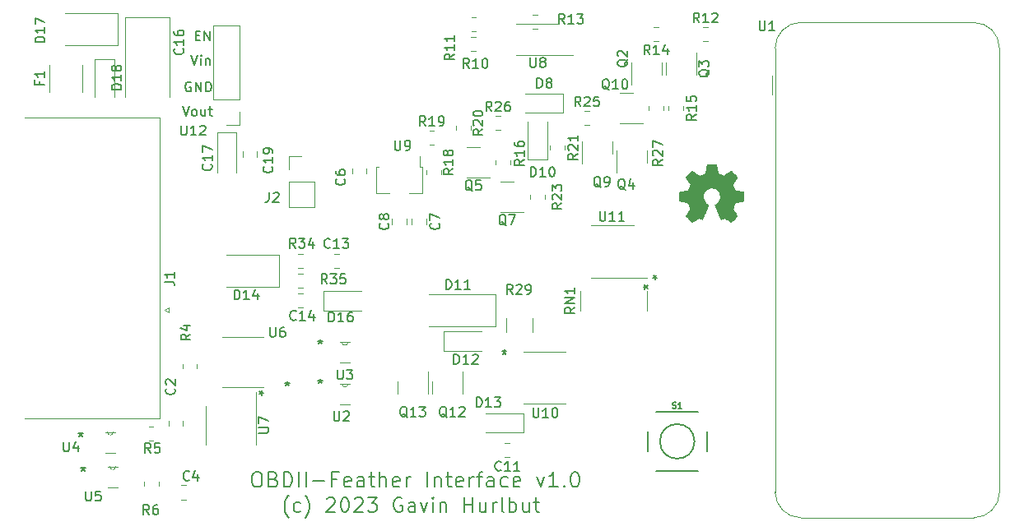
<source format=gbr>
%TF.GenerationSoftware,KiCad,Pcbnew,6.0.11-2627ca5db0~126~ubuntu22.04.1*%
%TF.CreationDate,2023-03-13T11:49:13-04:00*%
%TF.ProjectId,obd-feather,6f62642d-6665-4617-9468-65722e6b6963,1.0*%
%TF.SameCoordinates,Original*%
%TF.FileFunction,Legend,Top*%
%TF.FilePolarity,Positive*%
%FSLAX46Y46*%
G04 Gerber Fmt 4.6, Leading zero omitted, Abs format (unit mm)*
G04 Created by KiCad (PCBNEW 6.0.11-2627ca5db0~126~ubuntu22.04.1) date 2023-03-13 11:49:13*
%MOMM*%
%LPD*%
G01*
G04 APERTURE LIST*
%ADD10C,0.150000*%
%ADD11C,0.127000*%
%ADD12C,0.120000*%
%ADD13C,0.203200*%
%ADD14C,0.010000*%
G04 APERTURE END LIST*
D10*
X131530476Y-119261190D02*
X131825714Y-119261190D01*
X131973333Y-119335000D01*
X132120952Y-119482619D01*
X132194761Y-119777857D01*
X132194761Y-120294523D01*
X132120952Y-120589761D01*
X131973333Y-120737380D01*
X131825714Y-120811190D01*
X131530476Y-120811190D01*
X131382857Y-120737380D01*
X131235238Y-120589761D01*
X131161428Y-120294523D01*
X131161428Y-119777857D01*
X131235238Y-119482619D01*
X131382857Y-119335000D01*
X131530476Y-119261190D01*
X133375714Y-119999285D02*
X133597142Y-120073095D01*
X133670952Y-120146904D01*
X133744761Y-120294523D01*
X133744761Y-120515952D01*
X133670952Y-120663571D01*
X133597142Y-120737380D01*
X133449523Y-120811190D01*
X132859047Y-120811190D01*
X132859047Y-119261190D01*
X133375714Y-119261190D01*
X133523333Y-119335000D01*
X133597142Y-119408809D01*
X133670952Y-119556428D01*
X133670952Y-119704047D01*
X133597142Y-119851666D01*
X133523333Y-119925476D01*
X133375714Y-119999285D01*
X132859047Y-119999285D01*
X134409047Y-120811190D02*
X134409047Y-119261190D01*
X134778095Y-119261190D01*
X134999523Y-119335000D01*
X135147142Y-119482619D01*
X135220952Y-119630238D01*
X135294761Y-119925476D01*
X135294761Y-120146904D01*
X135220952Y-120442142D01*
X135147142Y-120589761D01*
X134999523Y-120737380D01*
X134778095Y-120811190D01*
X134409047Y-120811190D01*
X135959047Y-120811190D02*
X135959047Y-119261190D01*
X136697142Y-120811190D02*
X136697142Y-119261190D01*
X137435238Y-120220714D02*
X138616190Y-120220714D01*
X139870952Y-119999285D02*
X139354285Y-119999285D01*
X139354285Y-120811190D02*
X139354285Y-119261190D01*
X140092380Y-119261190D01*
X141273333Y-120737380D02*
X141125714Y-120811190D01*
X140830476Y-120811190D01*
X140682857Y-120737380D01*
X140609047Y-120589761D01*
X140609047Y-119999285D01*
X140682857Y-119851666D01*
X140830476Y-119777857D01*
X141125714Y-119777857D01*
X141273333Y-119851666D01*
X141347142Y-119999285D01*
X141347142Y-120146904D01*
X140609047Y-120294523D01*
X142675714Y-120811190D02*
X142675714Y-119999285D01*
X142601904Y-119851666D01*
X142454285Y-119777857D01*
X142159047Y-119777857D01*
X142011428Y-119851666D01*
X142675714Y-120737380D02*
X142528095Y-120811190D01*
X142159047Y-120811190D01*
X142011428Y-120737380D01*
X141937619Y-120589761D01*
X141937619Y-120442142D01*
X142011428Y-120294523D01*
X142159047Y-120220714D01*
X142528095Y-120220714D01*
X142675714Y-120146904D01*
X143192380Y-119777857D02*
X143782857Y-119777857D01*
X143413809Y-119261190D02*
X143413809Y-120589761D01*
X143487619Y-120737380D01*
X143635238Y-120811190D01*
X143782857Y-120811190D01*
X144299523Y-120811190D02*
X144299523Y-119261190D01*
X144963809Y-120811190D02*
X144963809Y-119999285D01*
X144890000Y-119851666D01*
X144742380Y-119777857D01*
X144520952Y-119777857D01*
X144373333Y-119851666D01*
X144299523Y-119925476D01*
X146292380Y-120737380D02*
X146144761Y-120811190D01*
X145849523Y-120811190D01*
X145701904Y-120737380D01*
X145628095Y-120589761D01*
X145628095Y-119999285D01*
X145701904Y-119851666D01*
X145849523Y-119777857D01*
X146144761Y-119777857D01*
X146292380Y-119851666D01*
X146366190Y-119999285D01*
X146366190Y-120146904D01*
X145628095Y-120294523D01*
X147030476Y-120811190D02*
X147030476Y-119777857D01*
X147030476Y-120073095D02*
X147104285Y-119925476D01*
X147178095Y-119851666D01*
X147325714Y-119777857D01*
X147473333Y-119777857D01*
X149170952Y-120811190D02*
X149170952Y-119261190D01*
X149909047Y-119777857D02*
X149909047Y-120811190D01*
X149909047Y-119925476D02*
X149982857Y-119851666D01*
X150130476Y-119777857D01*
X150351904Y-119777857D01*
X150499523Y-119851666D01*
X150573333Y-119999285D01*
X150573333Y-120811190D01*
X151090000Y-119777857D02*
X151680476Y-119777857D01*
X151311428Y-119261190D02*
X151311428Y-120589761D01*
X151385238Y-120737380D01*
X151532857Y-120811190D01*
X151680476Y-120811190D01*
X152787619Y-120737380D02*
X152640000Y-120811190D01*
X152344761Y-120811190D01*
X152197142Y-120737380D01*
X152123333Y-120589761D01*
X152123333Y-119999285D01*
X152197142Y-119851666D01*
X152344761Y-119777857D01*
X152640000Y-119777857D01*
X152787619Y-119851666D01*
X152861428Y-119999285D01*
X152861428Y-120146904D01*
X152123333Y-120294523D01*
X153525714Y-120811190D02*
X153525714Y-119777857D01*
X153525714Y-120073095D02*
X153599523Y-119925476D01*
X153673333Y-119851666D01*
X153820952Y-119777857D01*
X153968571Y-119777857D01*
X154263809Y-119777857D02*
X154854285Y-119777857D01*
X154485238Y-120811190D02*
X154485238Y-119482619D01*
X154559047Y-119335000D01*
X154706666Y-119261190D01*
X154854285Y-119261190D01*
X156035238Y-120811190D02*
X156035238Y-119999285D01*
X155961428Y-119851666D01*
X155813809Y-119777857D01*
X155518571Y-119777857D01*
X155370952Y-119851666D01*
X156035238Y-120737380D02*
X155887619Y-120811190D01*
X155518571Y-120811190D01*
X155370952Y-120737380D01*
X155297142Y-120589761D01*
X155297142Y-120442142D01*
X155370952Y-120294523D01*
X155518571Y-120220714D01*
X155887619Y-120220714D01*
X156035238Y-120146904D01*
X157437619Y-120737380D02*
X157290000Y-120811190D01*
X156994761Y-120811190D01*
X156847142Y-120737380D01*
X156773333Y-120663571D01*
X156699523Y-120515952D01*
X156699523Y-120073095D01*
X156773333Y-119925476D01*
X156847142Y-119851666D01*
X156994761Y-119777857D01*
X157290000Y-119777857D01*
X157437619Y-119851666D01*
X158692380Y-120737380D02*
X158544761Y-120811190D01*
X158249523Y-120811190D01*
X158101904Y-120737380D01*
X158028095Y-120589761D01*
X158028095Y-119999285D01*
X158101904Y-119851666D01*
X158249523Y-119777857D01*
X158544761Y-119777857D01*
X158692380Y-119851666D01*
X158766190Y-119999285D01*
X158766190Y-120146904D01*
X158028095Y-120294523D01*
X160463809Y-119777857D02*
X160832857Y-120811190D01*
X161201904Y-119777857D01*
X162604285Y-120811190D02*
X161718571Y-120811190D01*
X162161428Y-120811190D02*
X162161428Y-119261190D01*
X162013809Y-119482619D01*
X161866190Y-119630238D01*
X161718571Y-119704047D01*
X163268571Y-120663571D02*
X163342380Y-120737380D01*
X163268571Y-120811190D01*
X163194761Y-120737380D01*
X163268571Y-120663571D01*
X163268571Y-120811190D01*
X164301904Y-119261190D02*
X164449523Y-119261190D01*
X164597142Y-119335000D01*
X164670952Y-119408809D01*
X164744761Y-119556428D01*
X164818571Y-119851666D01*
X164818571Y-120220714D01*
X164744761Y-120515952D01*
X164670952Y-120663571D01*
X164597142Y-120737380D01*
X164449523Y-120811190D01*
X164301904Y-120811190D01*
X164154285Y-120737380D01*
X164080476Y-120663571D01*
X164006666Y-120515952D01*
X163932857Y-120220714D01*
X163932857Y-119851666D01*
X164006666Y-119556428D01*
X164080476Y-119408809D01*
X164154285Y-119335000D01*
X164301904Y-119261190D01*
X134918571Y-123960000D02*
X134847142Y-123888571D01*
X134704285Y-123674285D01*
X134632857Y-123531428D01*
X134561428Y-123317142D01*
X134490000Y-122960000D01*
X134490000Y-122674285D01*
X134561428Y-122317142D01*
X134632857Y-122102857D01*
X134704285Y-121960000D01*
X134847142Y-121745714D01*
X134918571Y-121674285D01*
X136132857Y-123317142D02*
X135990000Y-123388571D01*
X135704285Y-123388571D01*
X135561428Y-123317142D01*
X135490000Y-123245714D01*
X135418571Y-123102857D01*
X135418571Y-122674285D01*
X135490000Y-122531428D01*
X135561428Y-122460000D01*
X135704285Y-122388571D01*
X135990000Y-122388571D01*
X136132857Y-122460000D01*
X136632857Y-123960000D02*
X136704285Y-123888571D01*
X136847142Y-123674285D01*
X136918571Y-123531428D01*
X136990000Y-123317142D01*
X137061428Y-122960000D01*
X137061428Y-122674285D01*
X136990000Y-122317142D01*
X136918571Y-122102857D01*
X136847142Y-121960000D01*
X136704285Y-121745714D01*
X136632857Y-121674285D01*
X138847142Y-122031428D02*
X138918571Y-121960000D01*
X139061428Y-121888571D01*
X139418571Y-121888571D01*
X139561428Y-121960000D01*
X139632857Y-122031428D01*
X139704285Y-122174285D01*
X139704285Y-122317142D01*
X139632857Y-122531428D01*
X138775714Y-123388571D01*
X139704285Y-123388571D01*
X140632857Y-121888571D02*
X140775714Y-121888571D01*
X140918571Y-121960000D01*
X140990000Y-122031428D01*
X141061428Y-122174285D01*
X141132857Y-122460000D01*
X141132857Y-122817142D01*
X141061428Y-123102857D01*
X140990000Y-123245714D01*
X140918571Y-123317142D01*
X140775714Y-123388571D01*
X140632857Y-123388571D01*
X140490000Y-123317142D01*
X140418571Y-123245714D01*
X140347142Y-123102857D01*
X140275714Y-122817142D01*
X140275714Y-122460000D01*
X140347142Y-122174285D01*
X140418571Y-122031428D01*
X140490000Y-121960000D01*
X140632857Y-121888571D01*
X141704285Y-122031428D02*
X141775714Y-121960000D01*
X141918571Y-121888571D01*
X142275714Y-121888571D01*
X142418571Y-121960000D01*
X142490000Y-122031428D01*
X142561428Y-122174285D01*
X142561428Y-122317142D01*
X142490000Y-122531428D01*
X141632857Y-123388571D01*
X142561428Y-123388571D01*
X143061428Y-121888571D02*
X143990000Y-121888571D01*
X143490000Y-122460000D01*
X143704285Y-122460000D01*
X143847142Y-122531428D01*
X143918571Y-122602857D01*
X143990000Y-122745714D01*
X143990000Y-123102857D01*
X143918571Y-123245714D01*
X143847142Y-123317142D01*
X143704285Y-123388571D01*
X143275714Y-123388571D01*
X143132857Y-123317142D01*
X143061428Y-123245714D01*
X146561428Y-121960000D02*
X146418571Y-121888571D01*
X146204285Y-121888571D01*
X145990000Y-121960000D01*
X145847142Y-122102857D01*
X145775714Y-122245714D01*
X145704285Y-122531428D01*
X145704285Y-122745714D01*
X145775714Y-123031428D01*
X145847142Y-123174285D01*
X145990000Y-123317142D01*
X146204285Y-123388571D01*
X146347142Y-123388571D01*
X146561428Y-123317142D01*
X146632857Y-123245714D01*
X146632857Y-122745714D01*
X146347142Y-122745714D01*
X147918571Y-123388571D02*
X147918571Y-122602857D01*
X147847142Y-122460000D01*
X147704285Y-122388571D01*
X147418571Y-122388571D01*
X147275714Y-122460000D01*
X147918571Y-123317142D02*
X147775714Y-123388571D01*
X147418571Y-123388571D01*
X147275714Y-123317142D01*
X147204285Y-123174285D01*
X147204285Y-123031428D01*
X147275714Y-122888571D01*
X147418571Y-122817142D01*
X147775714Y-122817142D01*
X147918571Y-122745714D01*
X148490000Y-122388571D02*
X148847142Y-123388571D01*
X149204285Y-122388571D01*
X149775714Y-123388571D02*
X149775714Y-122388571D01*
X149775714Y-121888571D02*
X149704285Y-121960000D01*
X149775714Y-122031428D01*
X149847142Y-121960000D01*
X149775714Y-121888571D01*
X149775714Y-122031428D01*
X150490000Y-122388571D02*
X150490000Y-123388571D01*
X150490000Y-122531428D02*
X150561428Y-122460000D01*
X150704285Y-122388571D01*
X150918571Y-122388571D01*
X151061428Y-122460000D01*
X151132857Y-122602857D01*
X151132857Y-123388571D01*
X152990000Y-123388571D02*
X152990000Y-121888571D01*
X152990000Y-122602857D02*
X153847142Y-122602857D01*
X153847142Y-123388571D02*
X153847142Y-121888571D01*
X155204285Y-122388571D02*
X155204285Y-123388571D01*
X154561428Y-122388571D02*
X154561428Y-123174285D01*
X154632857Y-123317142D01*
X154775714Y-123388571D01*
X154990000Y-123388571D01*
X155132857Y-123317142D01*
X155204285Y-123245714D01*
X155918571Y-123388571D02*
X155918571Y-122388571D01*
X155918571Y-122674285D02*
X155990000Y-122531428D01*
X156061428Y-122460000D01*
X156204285Y-122388571D01*
X156347142Y-122388571D01*
X157061428Y-123388571D02*
X156918571Y-123317142D01*
X156847142Y-123174285D01*
X156847142Y-121888571D01*
X157632857Y-123388571D02*
X157632857Y-121888571D01*
X157632857Y-122460000D02*
X157775714Y-122388571D01*
X158061428Y-122388571D01*
X158204285Y-122460000D01*
X158275714Y-122531428D01*
X158347142Y-122674285D01*
X158347142Y-123102857D01*
X158275714Y-123245714D01*
X158204285Y-123317142D01*
X158061428Y-123388571D01*
X157775714Y-123388571D01*
X157632857Y-123317142D01*
X159632857Y-122388571D02*
X159632857Y-123388571D01*
X158990000Y-122388571D02*
X158990000Y-123174285D01*
X159061428Y-123317142D01*
X159204285Y-123388571D01*
X159418571Y-123388571D01*
X159561428Y-123317142D01*
X159632857Y-123245714D01*
X160132857Y-122388571D02*
X160704285Y-122388571D01*
X160347142Y-121888571D02*
X160347142Y-123174285D01*
X160418571Y-123317142D01*
X160561428Y-123388571D01*
X160704285Y-123388571D01*
%TO.C,RN1*%
X164357380Y-102300476D02*
X163881190Y-102633809D01*
X164357380Y-102871904D02*
X163357380Y-102871904D01*
X163357380Y-102490952D01*
X163405000Y-102395714D01*
X163452619Y-102348095D01*
X163547857Y-102300476D01*
X163690714Y-102300476D01*
X163785952Y-102348095D01*
X163833571Y-102395714D01*
X163881190Y-102490952D01*
X163881190Y-102871904D01*
X164357380Y-101871904D02*
X163357380Y-101871904D01*
X164357380Y-101300476D01*
X163357380Y-101300476D01*
X164357380Y-100300476D02*
X164357380Y-100871904D01*
X164357380Y-100586190D02*
X163357380Y-100586190D01*
X163500238Y-100681428D01*
X163595476Y-100776666D01*
X163643095Y-100871904D01*
X171409180Y-100187600D02*
X171647276Y-100187600D01*
X171552038Y-100425695D02*
X171647276Y-100187600D01*
X171552038Y-99949504D01*
X171837752Y-100330457D02*
X171647276Y-100187600D01*
X171837752Y-100044742D01*
%TO.C,U9*%
X145848095Y-85112380D02*
X145848095Y-85921904D01*
X145895714Y-86017142D01*
X145943333Y-86064761D01*
X146038571Y-86112380D01*
X146229047Y-86112380D01*
X146324285Y-86064761D01*
X146371904Y-86017142D01*
X146419523Y-85921904D01*
X146419523Y-85112380D01*
X146943333Y-86112380D02*
X147133809Y-86112380D01*
X147229047Y-86064761D01*
X147276666Y-86017142D01*
X147371904Y-85874285D01*
X147419523Y-85683809D01*
X147419523Y-85302857D01*
X147371904Y-85207619D01*
X147324285Y-85160000D01*
X147229047Y-85112380D01*
X147038571Y-85112380D01*
X146943333Y-85160000D01*
X146895714Y-85207619D01*
X146848095Y-85302857D01*
X146848095Y-85540952D01*
X146895714Y-85636190D01*
X146943333Y-85683809D01*
X147038571Y-85731428D01*
X147229047Y-85731428D01*
X147324285Y-85683809D01*
X147371904Y-85636190D01*
X147419523Y-85540952D01*
%TO.C,U5*%
X114046095Y-121245380D02*
X114046095Y-122054904D01*
X114093714Y-122150142D01*
X114141333Y-122197761D01*
X114236571Y-122245380D01*
X114427047Y-122245380D01*
X114522285Y-122197761D01*
X114569904Y-122150142D01*
X114617523Y-122054904D01*
X114617523Y-121245380D01*
X115569904Y-121245380D02*
X115093714Y-121245380D01*
X115046095Y-121721571D01*
X115093714Y-121673952D01*
X115188952Y-121626333D01*
X115427047Y-121626333D01*
X115522285Y-121673952D01*
X115569904Y-121721571D01*
X115617523Y-121816809D01*
X115617523Y-122054904D01*
X115569904Y-122150142D01*
X115522285Y-122197761D01*
X115427047Y-122245380D01*
X115188952Y-122245380D01*
X115093714Y-122197761D01*
X115046095Y-122150142D01*
X113792000Y-118705380D02*
X113792000Y-118943476D01*
X113553904Y-118848238D02*
X113792000Y-118943476D01*
X114030095Y-118848238D01*
X113649142Y-119133952D02*
X113792000Y-118943476D01*
X113934857Y-119133952D01*
X113792000Y-118705380D02*
X113792000Y-118943476D01*
X113553904Y-118848238D02*
X113792000Y-118943476D01*
X114030095Y-118848238D01*
X113649142Y-119133952D02*
X113792000Y-118943476D01*
X113934857Y-119133952D01*
%TO.C,D16*%
X139055714Y-103792380D02*
X139055714Y-102792380D01*
X139293809Y-102792380D01*
X139436666Y-102840000D01*
X139531904Y-102935238D01*
X139579523Y-103030476D01*
X139627142Y-103220952D01*
X139627142Y-103363809D01*
X139579523Y-103554285D01*
X139531904Y-103649523D01*
X139436666Y-103744761D01*
X139293809Y-103792380D01*
X139055714Y-103792380D01*
X140579523Y-103792380D02*
X140008095Y-103792380D01*
X140293809Y-103792380D02*
X140293809Y-102792380D01*
X140198571Y-102935238D01*
X140103333Y-103030476D01*
X140008095Y-103078095D01*
X141436666Y-102792380D02*
X141246190Y-102792380D01*
X141150952Y-102840000D01*
X141103333Y-102887619D01*
X141008095Y-103030476D01*
X140960476Y-103220952D01*
X140960476Y-103601904D01*
X141008095Y-103697142D01*
X141055714Y-103744761D01*
X141150952Y-103792380D01*
X141341428Y-103792380D01*
X141436666Y-103744761D01*
X141484285Y-103697142D01*
X141531904Y-103601904D01*
X141531904Y-103363809D01*
X141484285Y-103268571D01*
X141436666Y-103220952D01*
X141341428Y-103173333D01*
X141150952Y-103173333D01*
X141055714Y-103220952D01*
X141008095Y-103268571D01*
X140960476Y-103363809D01*
D11*
%TO.C,S1*%
X174424342Y-112674342D02*
X174511428Y-112703371D01*
X174656571Y-112703371D01*
X174714628Y-112674342D01*
X174743657Y-112645314D01*
X174772685Y-112587257D01*
X174772685Y-112529200D01*
X174743657Y-112471142D01*
X174714628Y-112442114D01*
X174656571Y-112413085D01*
X174540457Y-112384057D01*
X174482400Y-112355028D01*
X174453371Y-112326000D01*
X174424342Y-112267942D01*
X174424342Y-112209885D01*
X174453371Y-112151828D01*
X174482400Y-112122800D01*
X174540457Y-112093771D01*
X174685600Y-112093771D01*
X174772685Y-112122800D01*
X175353257Y-112703371D02*
X175004914Y-112703371D01*
X175179085Y-112703371D02*
X175179085Y-112093771D01*
X175121028Y-112180857D01*
X175062971Y-112238914D01*
X175004914Y-112267942D01*
D10*
%TO.C,U12*%
X123851904Y-83572380D02*
X123851904Y-84381904D01*
X123899523Y-84477142D01*
X123947142Y-84524761D01*
X124042380Y-84572380D01*
X124232857Y-84572380D01*
X124328095Y-84524761D01*
X124375714Y-84477142D01*
X124423333Y-84381904D01*
X124423333Y-83572380D01*
X125423333Y-84572380D02*
X124851904Y-84572380D01*
X125137619Y-84572380D02*
X125137619Y-83572380D01*
X125042380Y-83715238D01*
X124947142Y-83810476D01*
X124851904Y-83858095D01*
X125804285Y-83667619D02*
X125851904Y-83620000D01*
X125947142Y-83572380D01*
X126185238Y-83572380D01*
X126280476Y-83620000D01*
X126328095Y-83667619D01*
X126375714Y-83762857D01*
X126375714Y-83858095D01*
X126328095Y-84000952D01*
X125756666Y-84572380D01*
X126375714Y-84572380D01*
X125348104Y-74303771D02*
X125681438Y-74303771D01*
X125824295Y-74827580D02*
X125348104Y-74827580D01*
X125348104Y-73827580D01*
X125824295Y-73827580D01*
X126252866Y-74827580D02*
X126252866Y-73827580D01*
X126824295Y-74827580D01*
X126824295Y-73827580D01*
X124867095Y-79133000D02*
X124771857Y-79085380D01*
X124629000Y-79085380D01*
X124486142Y-79133000D01*
X124390904Y-79228238D01*
X124343285Y-79323476D01*
X124295666Y-79513952D01*
X124295666Y-79656809D01*
X124343285Y-79847285D01*
X124390904Y-79942523D01*
X124486142Y-80037761D01*
X124629000Y-80085380D01*
X124724238Y-80085380D01*
X124867095Y-80037761D01*
X124914714Y-79990142D01*
X124914714Y-79656809D01*
X124724238Y-79656809D01*
X125343285Y-80085380D02*
X125343285Y-79085380D01*
X125914714Y-80085380D01*
X125914714Y-79085380D01*
X126390904Y-80085380D02*
X126390904Y-79085380D01*
X126629000Y-79085380D01*
X126771857Y-79133000D01*
X126867095Y-79228238D01*
X126914714Y-79323476D01*
X126962333Y-79513952D01*
X126962333Y-79656809D01*
X126914714Y-79847285D01*
X126867095Y-79942523D01*
X126771857Y-80037761D01*
X126629000Y-80085380D01*
X126390904Y-80085380D01*
X123998490Y-81579980D02*
X124331823Y-82579980D01*
X124665157Y-81579980D01*
X125141347Y-82579980D02*
X125046109Y-82532361D01*
X124998490Y-82484742D01*
X124950871Y-82389504D01*
X124950871Y-82103790D01*
X124998490Y-82008552D01*
X125046109Y-81960933D01*
X125141347Y-81913314D01*
X125284204Y-81913314D01*
X125379442Y-81960933D01*
X125427061Y-82008552D01*
X125474680Y-82103790D01*
X125474680Y-82389504D01*
X125427061Y-82484742D01*
X125379442Y-82532361D01*
X125284204Y-82579980D01*
X125141347Y-82579980D01*
X126331823Y-81913314D02*
X126331823Y-82579980D01*
X125903252Y-81913314D02*
X125903252Y-82437123D01*
X125950871Y-82532361D01*
X126046109Y-82579980D01*
X126188966Y-82579980D01*
X126284204Y-82532361D01*
X126331823Y-82484742D01*
X126665157Y-81913314D02*
X127046109Y-81913314D01*
X126808014Y-81579980D02*
X126808014Y-82437123D01*
X126855633Y-82532361D01*
X126950871Y-82579980D01*
X127046109Y-82579980D01*
X124898490Y-76329980D02*
X125231823Y-77329980D01*
X125565157Y-76329980D01*
X125898490Y-77329980D02*
X125898490Y-76663314D01*
X125898490Y-76329980D02*
X125850871Y-76377600D01*
X125898490Y-76425219D01*
X125946109Y-76377600D01*
X125898490Y-76329980D01*
X125898490Y-76425219D01*
X126374680Y-76663314D02*
X126374680Y-77329980D01*
X126374680Y-76758552D02*
X126422300Y-76710933D01*
X126517538Y-76663314D01*
X126660395Y-76663314D01*
X126755633Y-76710933D01*
X126803252Y-76806171D01*
X126803252Y-77329980D01*
%TO.C,U10*%
X160056854Y-112664980D02*
X160056854Y-113474504D01*
X160104473Y-113569742D01*
X160152092Y-113617361D01*
X160247330Y-113664980D01*
X160437807Y-113664980D01*
X160533045Y-113617361D01*
X160580664Y-113569742D01*
X160628283Y-113474504D01*
X160628283Y-112664980D01*
X161628283Y-113664980D02*
X161056854Y-113664980D01*
X161342569Y-113664980D02*
X161342569Y-112664980D01*
X161247330Y-112807838D01*
X161152092Y-112903076D01*
X161056854Y-112950695D01*
X162247330Y-112664980D02*
X162342569Y-112664980D01*
X162437807Y-112712600D01*
X162485426Y-112760219D01*
X162533045Y-112855457D01*
X162580664Y-113045933D01*
X162580664Y-113284028D01*
X162533045Y-113474504D01*
X162485426Y-113569742D01*
X162437807Y-113617361D01*
X162342569Y-113664980D01*
X162247330Y-113664980D01*
X162152092Y-113617361D01*
X162104473Y-113569742D01*
X162056854Y-113474504D01*
X162009235Y-113284028D01*
X162009235Y-113045933D01*
X162056854Y-112855457D01*
X162104473Y-112760219D01*
X162152092Y-112712600D01*
X162247330Y-112664980D01*
X157103950Y-106670580D02*
X157103950Y-106908676D01*
X156865854Y-106813438D02*
X157103950Y-106908676D01*
X157342045Y-106813438D01*
X156961092Y-107099152D02*
X157103950Y-106908676D01*
X157246807Y-107099152D01*
%TO.C,U7*%
X131847380Y-115226904D02*
X132656904Y-115226904D01*
X132752142Y-115179285D01*
X132799761Y-115131666D01*
X132847380Y-115036428D01*
X132847380Y-114845952D01*
X132799761Y-114750714D01*
X132752142Y-114703095D01*
X132656904Y-114655476D01*
X131847380Y-114655476D01*
X131847380Y-114274523D02*
X131847380Y-113607857D01*
X132847380Y-114036428D01*
X132327619Y-111100000D02*
X132089523Y-111100000D01*
X132184761Y-110861904D02*
X132089523Y-111100000D01*
X132184761Y-111338095D01*
X131899047Y-110957142D02*
X132089523Y-111100000D01*
X131899047Y-111242857D01*
%TO.C,U1*%
X183348095Y-72802380D02*
X183348095Y-73611904D01*
X183395714Y-73707142D01*
X183443333Y-73754761D01*
X183538571Y-73802380D01*
X183729047Y-73802380D01*
X183824285Y-73754761D01*
X183871904Y-73707142D01*
X183919523Y-73611904D01*
X183919523Y-72802380D01*
X184919523Y-73802380D02*
X184348095Y-73802380D01*
X184633809Y-73802380D02*
X184633809Y-72802380D01*
X184538571Y-72945238D01*
X184443333Y-73040476D01*
X184348095Y-73088095D01*
%TO.C,J2*%
X132916666Y-90462380D02*
X132916666Y-91176666D01*
X132869047Y-91319523D01*
X132773809Y-91414761D01*
X132630952Y-91462380D01*
X132535714Y-91462380D01*
X133345238Y-90557619D02*
X133392857Y-90510000D01*
X133488095Y-90462380D01*
X133726190Y-90462380D01*
X133821428Y-90510000D01*
X133869047Y-90557619D01*
X133916666Y-90652857D01*
X133916666Y-90748095D01*
X133869047Y-90890952D01*
X133297619Y-91462380D01*
X133916666Y-91462380D01*
%TO.C,F1*%
X109278571Y-79043333D02*
X109278571Y-79376666D01*
X109802380Y-79376666D02*
X108802380Y-79376666D01*
X108802380Y-78900476D01*
X109802380Y-77995714D02*
X109802380Y-78567142D01*
X109802380Y-78281428D02*
X108802380Y-78281428D01*
X108945238Y-78376666D01*
X109040476Y-78471904D01*
X109088095Y-78567142D01*
%TO.C,D13*%
X154235714Y-112582380D02*
X154235714Y-111582380D01*
X154473809Y-111582380D01*
X154616666Y-111630000D01*
X154711904Y-111725238D01*
X154759523Y-111820476D01*
X154807142Y-112010952D01*
X154807142Y-112153809D01*
X154759523Y-112344285D01*
X154711904Y-112439523D01*
X154616666Y-112534761D01*
X154473809Y-112582380D01*
X154235714Y-112582380D01*
X155759523Y-112582380D02*
X155188095Y-112582380D01*
X155473809Y-112582380D02*
X155473809Y-111582380D01*
X155378571Y-111725238D01*
X155283333Y-111820476D01*
X155188095Y-111868095D01*
X156092857Y-111582380D02*
X156711904Y-111582380D01*
X156378571Y-111963333D01*
X156521428Y-111963333D01*
X156616666Y-112010952D01*
X156664285Y-112058571D01*
X156711904Y-112153809D01*
X156711904Y-112391904D01*
X156664285Y-112487142D01*
X156616666Y-112534761D01*
X156521428Y-112582380D01*
X156235714Y-112582380D01*
X156140476Y-112534761D01*
X156092857Y-112487142D01*
%TO.C,D12*%
X151925714Y-108142380D02*
X151925714Y-107142380D01*
X152163809Y-107142380D01*
X152306666Y-107190000D01*
X152401904Y-107285238D01*
X152449523Y-107380476D01*
X152497142Y-107570952D01*
X152497142Y-107713809D01*
X152449523Y-107904285D01*
X152401904Y-107999523D01*
X152306666Y-108094761D01*
X152163809Y-108142380D01*
X151925714Y-108142380D01*
X153449523Y-108142380D02*
X152878095Y-108142380D01*
X153163809Y-108142380D02*
X153163809Y-107142380D01*
X153068571Y-107285238D01*
X152973333Y-107380476D01*
X152878095Y-107428095D01*
X153830476Y-107237619D02*
X153878095Y-107190000D01*
X153973333Y-107142380D01*
X154211428Y-107142380D01*
X154306666Y-107190000D01*
X154354285Y-107237619D01*
X154401904Y-107332857D01*
X154401904Y-107428095D01*
X154354285Y-107570952D01*
X153782857Y-108142380D01*
X154401904Y-108142380D01*
%TO.C,D11*%
X151105714Y-100422380D02*
X151105714Y-99422380D01*
X151343809Y-99422380D01*
X151486666Y-99470000D01*
X151581904Y-99565238D01*
X151629523Y-99660476D01*
X151677142Y-99850952D01*
X151677142Y-99993809D01*
X151629523Y-100184285D01*
X151581904Y-100279523D01*
X151486666Y-100374761D01*
X151343809Y-100422380D01*
X151105714Y-100422380D01*
X152629523Y-100422380D02*
X152058095Y-100422380D01*
X152343809Y-100422380D02*
X152343809Y-99422380D01*
X152248571Y-99565238D01*
X152153333Y-99660476D01*
X152058095Y-99708095D01*
X153581904Y-100422380D02*
X153010476Y-100422380D01*
X153296190Y-100422380D02*
X153296190Y-99422380D01*
X153200952Y-99565238D01*
X153105714Y-99660476D01*
X153010476Y-99708095D01*
%TO.C,C19*%
X133197142Y-87812857D02*
X133244761Y-87860476D01*
X133292380Y-88003333D01*
X133292380Y-88098571D01*
X133244761Y-88241428D01*
X133149523Y-88336666D01*
X133054285Y-88384285D01*
X132863809Y-88431904D01*
X132720952Y-88431904D01*
X132530476Y-88384285D01*
X132435238Y-88336666D01*
X132340000Y-88241428D01*
X132292380Y-88098571D01*
X132292380Y-88003333D01*
X132340000Y-87860476D01*
X132387619Y-87812857D01*
X133292380Y-86860476D02*
X133292380Y-87431904D01*
X133292380Y-87146190D02*
X132292380Y-87146190D01*
X132435238Y-87241428D01*
X132530476Y-87336666D01*
X132578095Y-87431904D01*
X133292380Y-86384285D02*
X133292380Y-86193809D01*
X133244761Y-86098571D01*
X133197142Y-86050952D01*
X133054285Y-85955714D01*
X132863809Y-85908095D01*
X132482857Y-85908095D01*
X132387619Y-85955714D01*
X132340000Y-86003333D01*
X132292380Y-86098571D01*
X132292380Y-86289047D01*
X132340000Y-86384285D01*
X132387619Y-86431904D01*
X132482857Y-86479523D01*
X132720952Y-86479523D01*
X132816190Y-86431904D01*
X132863809Y-86384285D01*
X132911428Y-86289047D01*
X132911428Y-86098571D01*
X132863809Y-86003333D01*
X132816190Y-85955714D01*
X132720952Y-85908095D01*
%TO.C,C17*%
X126947142Y-87562857D02*
X126994761Y-87610476D01*
X127042380Y-87753333D01*
X127042380Y-87848571D01*
X126994761Y-87991428D01*
X126899523Y-88086666D01*
X126804285Y-88134285D01*
X126613809Y-88181904D01*
X126470952Y-88181904D01*
X126280476Y-88134285D01*
X126185238Y-88086666D01*
X126090000Y-87991428D01*
X126042380Y-87848571D01*
X126042380Y-87753333D01*
X126090000Y-87610476D01*
X126137619Y-87562857D01*
X127042380Y-86610476D02*
X127042380Y-87181904D01*
X127042380Y-86896190D02*
X126042380Y-86896190D01*
X126185238Y-86991428D01*
X126280476Y-87086666D01*
X126328095Y-87181904D01*
X126042380Y-86277142D02*
X126042380Y-85610476D01*
X127042380Y-86039047D01*
%TO.C,C11*%
X156769642Y-119067142D02*
X156722023Y-119114761D01*
X156579166Y-119162380D01*
X156483928Y-119162380D01*
X156341071Y-119114761D01*
X156245833Y-119019523D01*
X156198214Y-118924285D01*
X156150595Y-118733809D01*
X156150595Y-118590952D01*
X156198214Y-118400476D01*
X156245833Y-118305238D01*
X156341071Y-118210000D01*
X156483928Y-118162380D01*
X156579166Y-118162380D01*
X156722023Y-118210000D01*
X156769642Y-118257619D01*
X157722023Y-119162380D02*
X157150595Y-119162380D01*
X157436309Y-119162380D02*
X157436309Y-118162380D01*
X157341071Y-118305238D01*
X157245833Y-118400476D01*
X157150595Y-118448095D01*
X158674404Y-119162380D02*
X158102976Y-119162380D01*
X158388690Y-119162380D02*
X158388690Y-118162380D01*
X158293452Y-118305238D01*
X158198214Y-118400476D01*
X158102976Y-118448095D01*
%TO.C,R25*%
X164965142Y-81606380D02*
X164631809Y-81130190D01*
X164393714Y-81606380D02*
X164393714Y-80606380D01*
X164774666Y-80606380D01*
X164869904Y-80654000D01*
X164917523Y-80701619D01*
X164965142Y-80796857D01*
X164965142Y-80939714D01*
X164917523Y-81034952D01*
X164869904Y-81082571D01*
X164774666Y-81130190D01*
X164393714Y-81130190D01*
X165346095Y-80701619D02*
X165393714Y-80654000D01*
X165488952Y-80606380D01*
X165727047Y-80606380D01*
X165822285Y-80654000D01*
X165869904Y-80701619D01*
X165917523Y-80796857D01*
X165917523Y-80892095D01*
X165869904Y-81034952D01*
X165298476Y-81606380D01*
X165917523Y-81606380D01*
X166822285Y-80606380D02*
X166346095Y-80606380D01*
X166298476Y-81082571D01*
X166346095Y-81034952D01*
X166441333Y-80987333D01*
X166679428Y-80987333D01*
X166774666Y-81034952D01*
X166822285Y-81082571D01*
X166869904Y-81177809D01*
X166869904Y-81415904D01*
X166822285Y-81511142D01*
X166774666Y-81558761D01*
X166679428Y-81606380D01*
X166441333Y-81606380D01*
X166346095Y-81558761D01*
X166298476Y-81511142D01*
%TO.C,D18*%
X117712380Y-79862285D02*
X116712380Y-79862285D01*
X116712380Y-79624190D01*
X116760000Y-79481333D01*
X116855238Y-79386095D01*
X116950476Y-79338476D01*
X117140952Y-79290857D01*
X117283809Y-79290857D01*
X117474285Y-79338476D01*
X117569523Y-79386095D01*
X117664761Y-79481333D01*
X117712380Y-79624190D01*
X117712380Y-79862285D01*
X117712380Y-78338476D02*
X117712380Y-78909904D01*
X117712380Y-78624190D02*
X116712380Y-78624190D01*
X116855238Y-78719428D01*
X116950476Y-78814666D01*
X116998095Y-78909904D01*
X117140952Y-77767047D02*
X117093333Y-77862285D01*
X117045714Y-77909904D01*
X116950476Y-77957523D01*
X116902857Y-77957523D01*
X116807619Y-77909904D01*
X116760000Y-77862285D01*
X116712380Y-77767047D01*
X116712380Y-77576571D01*
X116760000Y-77481333D01*
X116807619Y-77433714D01*
X116902857Y-77386095D01*
X116950476Y-77386095D01*
X117045714Y-77433714D01*
X117093333Y-77481333D01*
X117140952Y-77576571D01*
X117140952Y-77767047D01*
X117188571Y-77862285D01*
X117236190Y-77909904D01*
X117331428Y-77957523D01*
X117521904Y-77957523D01*
X117617142Y-77909904D01*
X117664761Y-77862285D01*
X117712380Y-77767047D01*
X117712380Y-77576571D01*
X117664761Y-77481333D01*
X117617142Y-77433714D01*
X117521904Y-77386095D01*
X117331428Y-77386095D01*
X117236190Y-77433714D01*
X117188571Y-77481333D01*
X117140952Y-77576571D01*
%TO.C,R21*%
X164662380Y-86494857D02*
X164186190Y-86828190D01*
X164662380Y-87066285D02*
X163662380Y-87066285D01*
X163662380Y-86685333D01*
X163710000Y-86590095D01*
X163757619Y-86542476D01*
X163852857Y-86494857D01*
X163995714Y-86494857D01*
X164090952Y-86542476D01*
X164138571Y-86590095D01*
X164186190Y-86685333D01*
X164186190Y-87066285D01*
X163757619Y-86113904D02*
X163710000Y-86066285D01*
X163662380Y-85971047D01*
X163662380Y-85732952D01*
X163710000Y-85637714D01*
X163757619Y-85590095D01*
X163852857Y-85542476D01*
X163948095Y-85542476D01*
X164090952Y-85590095D01*
X164662380Y-86161523D01*
X164662380Y-85542476D01*
X164662380Y-84590095D02*
X164662380Y-85161523D01*
X164662380Y-84875809D02*
X163662380Y-84875809D01*
X163805238Y-84971047D01*
X163900476Y-85066285D01*
X163948095Y-85161523D01*
%TO.C,C2*%
X123166142Y-110656666D02*
X123213761Y-110704285D01*
X123261380Y-110847142D01*
X123261380Y-110942380D01*
X123213761Y-111085238D01*
X123118523Y-111180476D01*
X123023285Y-111228095D01*
X122832809Y-111275714D01*
X122689952Y-111275714D01*
X122499476Y-111228095D01*
X122404238Y-111180476D01*
X122309000Y-111085238D01*
X122261380Y-110942380D01*
X122261380Y-110847142D01*
X122309000Y-110704285D01*
X122356619Y-110656666D01*
X122356619Y-110275714D02*
X122309000Y-110228095D01*
X122261380Y-110132857D01*
X122261380Y-109894761D01*
X122309000Y-109799523D01*
X122356619Y-109751904D01*
X122451857Y-109704285D01*
X122547095Y-109704285D01*
X122689952Y-109751904D01*
X123261380Y-110323333D01*
X123261380Y-109704285D01*
%TO.C,C14*%
X135677142Y-103547142D02*
X135629523Y-103594761D01*
X135486666Y-103642380D01*
X135391428Y-103642380D01*
X135248571Y-103594761D01*
X135153333Y-103499523D01*
X135105714Y-103404285D01*
X135058095Y-103213809D01*
X135058095Y-103070952D01*
X135105714Y-102880476D01*
X135153333Y-102785238D01*
X135248571Y-102690000D01*
X135391428Y-102642380D01*
X135486666Y-102642380D01*
X135629523Y-102690000D01*
X135677142Y-102737619D01*
X136629523Y-103642380D02*
X136058095Y-103642380D01*
X136343809Y-103642380D02*
X136343809Y-102642380D01*
X136248571Y-102785238D01*
X136153333Y-102880476D01*
X136058095Y-102928095D01*
X137486666Y-102975714D02*
X137486666Y-103642380D01*
X137248571Y-102594761D02*
X137010476Y-103309047D01*
X137629523Y-103309047D01*
%TO.C,U6*%
X133001800Y-104354380D02*
X133001800Y-105163904D01*
X133049419Y-105259142D01*
X133097038Y-105306761D01*
X133192276Y-105354380D01*
X133382752Y-105354380D01*
X133477990Y-105306761D01*
X133525609Y-105259142D01*
X133573228Y-105163904D01*
X133573228Y-104354380D01*
X134477990Y-104354380D02*
X134287514Y-104354380D01*
X134192276Y-104402000D01*
X134144657Y-104449619D01*
X134049419Y-104592476D01*
X134001800Y-104782952D01*
X134001800Y-105163904D01*
X134049419Y-105259142D01*
X134097038Y-105306761D01*
X134192276Y-105354380D01*
X134382752Y-105354380D01*
X134477990Y-105306761D01*
X134525609Y-105259142D01*
X134573228Y-105163904D01*
X134573228Y-104925809D01*
X134525609Y-104830571D01*
X134477990Y-104782952D01*
X134382752Y-104735333D01*
X134192276Y-104735333D01*
X134097038Y-104782952D01*
X134049419Y-104830571D01*
X134001800Y-104925809D01*
X134782000Y-109942380D02*
X134782000Y-110180476D01*
X134543904Y-110085238D02*
X134782000Y-110180476D01*
X135020095Y-110085238D01*
X134639142Y-110370952D02*
X134782000Y-110180476D01*
X134924857Y-110370952D01*
X134782000Y-109942380D02*
X134782000Y-110180476D01*
X134543904Y-110085238D02*
X134782000Y-110180476D01*
X135020095Y-110085238D01*
X134639142Y-110370952D02*
X134782000Y-110180476D01*
X134924857Y-110370952D01*
%TO.C,C7*%
X150373142Y-93638666D02*
X150420761Y-93686285D01*
X150468380Y-93829142D01*
X150468380Y-93924380D01*
X150420761Y-94067238D01*
X150325523Y-94162476D01*
X150230285Y-94210095D01*
X150039809Y-94257714D01*
X149896952Y-94257714D01*
X149706476Y-94210095D01*
X149611238Y-94162476D01*
X149516000Y-94067238D01*
X149468380Y-93924380D01*
X149468380Y-93829142D01*
X149516000Y-93686285D01*
X149563619Y-93638666D01*
X149468380Y-93305333D02*
X149468380Y-92638666D01*
X150468380Y-93067238D01*
%TO.C,R26*%
X155805142Y-82114380D02*
X155471809Y-81638190D01*
X155233714Y-82114380D02*
X155233714Y-81114380D01*
X155614666Y-81114380D01*
X155709904Y-81162000D01*
X155757523Y-81209619D01*
X155805142Y-81304857D01*
X155805142Y-81447714D01*
X155757523Y-81542952D01*
X155709904Y-81590571D01*
X155614666Y-81638190D01*
X155233714Y-81638190D01*
X156186095Y-81209619D02*
X156233714Y-81162000D01*
X156328952Y-81114380D01*
X156567047Y-81114380D01*
X156662285Y-81162000D01*
X156709904Y-81209619D01*
X156757523Y-81304857D01*
X156757523Y-81400095D01*
X156709904Y-81542952D01*
X156138476Y-82114380D01*
X156757523Y-82114380D01*
X157614666Y-81114380D02*
X157424190Y-81114380D01*
X157328952Y-81162000D01*
X157281333Y-81209619D01*
X157186095Y-81352476D01*
X157138476Y-81542952D01*
X157138476Y-81923904D01*
X157186095Y-82019142D01*
X157233714Y-82066761D01*
X157328952Y-82114380D01*
X157519428Y-82114380D01*
X157614666Y-82066761D01*
X157662285Y-82019142D01*
X157709904Y-81923904D01*
X157709904Y-81685809D01*
X157662285Y-81590571D01*
X157614666Y-81542952D01*
X157519428Y-81495333D01*
X157328952Y-81495333D01*
X157233714Y-81542952D01*
X157186095Y-81590571D01*
X157138476Y-81685809D01*
%TO.C,D14*%
X129341714Y-101504380D02*
X129341714Y-100504380D01*
X129579809Y-100504380D01*
X129722666Y-100552000D01*
X129817904Y-100647238D01*
X129865523Y-100742476D01*
X129913142Y-100932952D01*
X129913142Y-101075809D01*
X129865523Y-101266285D01*
X129817904Y-101361523D01*
X129722666Y-101456761D01*
X129579809Y-101504380D01*
X129341714Y-101504380D01*
X130865523Y-101504380D02*
X130294095Y-101504380D01*
X130579809Y-101504380D02*
X130579809Y-100504380D01*
X130484571Y-100647238D01*
X130389333Y-100742476D01*
X130294095Y-100790095D01*
X131722666Y-100837714D02*
X131722666Y-101504380D01*
X131484571Y-100456761D02*
X131246476Y-101171047D01*
X131865523Y-101171047D01*
%TO.C,D17*%
X109842380Y-75004285D02*
X108842380Y-75004285D01*
X108842380Y-74766190D01*
X108890000Y-74623333D01*
X108985238Y-74528095D01*
X109080476Y-74480476D01*
X109270952Y-74432857D01*
X109413809Y-74432857D01*
X109604285Y-74480476D01*
X109699523Y-74528095D01*
X109794761Y-74623333D01*
X109842380Y-74766190D01*
X109842380Y-75004285D01*
X109842380Y-73480476D02*
X109842380Y-74051904D01*
X109842380Y-73766190D02*
X108842380Y-73766190D01*
X108985238Y-73861428D01*
X109080476Y-73956666D01*
X109128095Y-74051904D01*
X108842380Y-73147142D02*
X108842380Y-72480476D01*
X109842380Y-72909047D01*
%TO.C,U3*%
X139939533Y-108722423D02*
X139939533Y-109531947D01*
X139987152Y-109627185D01*
X140034771Y-109674804D01*
X140130009Y-109722423D01*
X140320485Y-109722423D01*
X140415723Y-109674804D01*
X140463342Y-109627185D01*
X140510961Y-109531947D01*
X140510961Y-108722423D01*
X140891914Y-108722423D02*
X141510961Y-108722423D01*
X141177628Y-109103376D01*
X141320485Y-109103376D01*
X141415723Y-109150995D01*
X141463342Y-109198614D01*
X141510961Y-109293852D01*
X141510961Y-109531947D01*
X141463342Y-109627185D01*
X141415723Y-109674804D01*
X141320485Y-109722423D01*
X141034771Y-109722423D01*
X140939533Y-109674804D01*
X140891914Y-109627185D01*
X138176000Y-105624380D02*
X138176000Y-105862476D01*
X137937904Y-105767238D02*
X138176000Y-105862476D01*
X138414095Y-105767238D01*
X138033142Y-106052952D02*
X138176000Y-105862476D01*
X138318857Y-106052952D01*
X138176000Y-105624380D02*
X138176000Y-105862476D01*
X137937904Y-105767238D02*
X138176000Y-105862476D01*
X138414095Y-105767238D01*
X138033142Y-106052952D02*
X138176000Y-105862476D01*
X138318857Y-106052952D01*
%TO.C,C8*%
X145137142Y-93638666D02*
X145184761Y-93686285D01*
X145232380Y-93829142D01*
X145232380Y-93924380D01*
X145184761Y-94067238D01*
X145089523Y-94162476D01*
X144994285Y-94210095D01*
X144803809Y-94257714D01*
X144660952Y-94257714D01*
X144470476Y-94210095D01*
X144375238Y-94162476D01*
X144280000Y-94067238D01*
X144232380Y-93924380D01*
X144232380Y-93829142D01*
X144280000Y-93686285D01*
X144327619Y-93638666D01*
X144660952Y-93067238D02*
X144613333Y-93162476D01*
X144565714Y-93210095D01*
X144470476Y-93257714D01*
X144422857Y-93257714D01*
X144327619Y-93210095D01*
X144280000Y-93162476D01*
X144232380Y-93067238D01*
X144232380Y-92876761D01*
X144280000Y-92781523D01*
X144327619Y-92733904D01*
X144422857Y-92686285D01*
X144470476Y-92686285D01*
X144565714Y-92733904D01*
X144613333Y-92781523D01*
X144660952Y-92876761D01*
X144660952Y-93067238D01*
X144708571Y-93162476D01*
X144756190Y-93210095D01*
X144851428Y-93257714D01*
X145041904Y-93257714D01*
X145137142Y-93210095D01*
X145184761Y-93162476D01*
X145232380Y-93067238D01*
X145232380Y-92876761D01*
X145184761Y-92781523D01*
X145137142Y-92733904D01*
X145041904Y-92686285D01*
X144851428Y-92686285D01*
X144756190Y-92733904D01*
X144708571Y-92781523D01*
X144660952Y-92876761D01*
%TO.C,Q9*%
X167036761Y-89955619D02*
X166941523Y-89908000D01*
X166846285Y-89812761D01*
X166703428Y-89669904D01*
X166608190Y-89622285D01*
X166512952Y-89622285D01*
X166560571Y-89860380D02*
X166465333Y-89812761D01*
X166370095Y-89717523D01*
X166322476Y-89527047D01*
X166322476Y-89193714D01*
X166370095Y-89003238D01*
X166465333Y-88908000D01*
X166560571Y-88860380D01*
X166751047Y-88860380D01*
X166846285Y-88908000D01*
X166941523Y-89003238D01*
X166989142Y-89193714D01*
X166989142Y-89527047D01*
X166941523Y-89717523D01*
X166846285Y-89812761D01*
X166751047Y-89860380D01*
X166560571Y-89860380D01*
X167465333Y-89860380D02*
X167655809Y-89860380D01*
X167751047Y-89812761D01*
X167798666Y-89765142D01*
X167893904Y-89622285D01*
X167941523Y-89431809D01*
X167941523Y-89050857D01*
X167893904Y-88955619D01*
X167846285Y-88908000D01*
X167751047Y-88860380D01*
X167560571Y-88860380D01*
X167465333Y-88908000D01*
X167417714Y-88955619D01*
X167370095Y-89050857D01*
X167370095Y-89288952D01*
X167417714Y-89384190D01*
X167465333Y-89431809D01*
X167560571Y-89479428D01*
X167751047Y-89479428D01*
X167846285Y-89431809D01*
X167893904Y-89384190D01*
X167941523Y-89288952D01*
%TO.C,Q7*%
X157306261Y-93879619D02*
X157211023Y-93832000D01*
X157115785Y-93736761D01*
X156972928Y-93593904D01*
X156877690Y-93546285D01*
X156782452Y-93546285D01*
X156830071Y-93784380D02*
X156734833Y-93736761D01*
X156639595Y-93641523D01*
X156591976Y-93451047D01*
X156591976Y-93117714D01*
X156639595Y-92927238D01*
X156734833Y-92832000D01*
X156830071Y-92784380D01*
X157020547Y-92784380D01*
X157115785Y-92832000D01*
X157211023Y-92927238D01*
X157258642Y-93117714D01*
X157258642Y-93451047D01*
X157211023Y-93641523D01*
X157115785Y-93736761D01*
X157020547Y-93784380D01*
X156830071Y-93784380D01*
X157591976Y-92784380D02*
X158258642Y-92784380D01*
X157830071Y-93784380D01*
%TO.C,U8*%
X159766095Y-76578380D02*
X159766095Y-77387904D01*
X159813714Y-77483142D01*
X159861333Y-77530761D01*
X159956571Y-77578380D01*
X160147047Y-77578380D01*
X160242285Y-77530761D01*
X160289904Y-77483142D01*
X160337523Y-77387904D01*
X160337523Y-76578380D01*
X160956571Y-77006952D02*
X160861333Y-76959333D01*
X160813714Y-76911714D01*
X160766095Y-76816476D01*
X160766095Y-76768857D01*
X160813714Y-76673619D01*
X160861333Y-76626000D01*
X160956571Y-76578380D01*
X161147047Y-76578380D01*
X161242285Y-76626000D01*
X161289904Y-76673619D01*
X161337523Y-76768857D01*
X161337523Y-76816476D01*
X161289904Y-76911714D01*
X161242285Y-76959333D01*
X161147047Y-77006952D01*
X160956571Y-77006952D01*
X160861333Y-77054571D01*
X160813714Y-77102190D01*
X160766095Y-77197428D01*
X160766095Y-77387904D01*
X160813714Y-77483142D01*
X160861333Y-77530761D01*
X160956571Y-77578380D01*
X161147047Y-77578380D01*
X161242285Y-77530761D01*
X161289904Y-77483142D01*
X161337523Y-77387904D01*
X161337523Y-77197428D01*
X161289904Y-77102190D01*
X161242285Y-77054571D01*
X161147047Y-77006952D01*
%TO.C,R34*%
X135637142Y-96182380D02*
X135303809Y-95706190D01*
X135065714Y-96182380D02*
X135065714Y-95182380D01*
X135446666Y-95182380D01*
X135541904Y-95230000D01*
X135589523Y-95277619D01*
X135637142Y-95372857D01*
X135637142Y-95515714D01*
X135589523Y-95610952D01*
X135541904Y-95658571D01*
X135446666Y-95706190D01*
X135065714Y-95706190D01*
X135970476Y-95182380D02*
X136589523Y-95182380D01*
X136256190Y-95563333D01*
X136399047Y-95563333D01*
X136494285Y-95610952D01*
X136541904Y-95658571D01*
X136589523Y-95753809D01*
X136589523Y-95991904D01*
X136541904Y-96087142D01*
X136494285Y-96134761D01*
X136399047Y-96182380D01*
X136113333Y-96182380D01*
X136018095Y-96134761D01*
X135970476Y-96087142D01*
X137446666Y-95515714D02*
X137446666Y-96182380D01*
X137208571Y-95134761D02*
X136970476Y-95849047D01*
X137589523Y-95849047D01*
%TO.C,J1*%
X122152380Y-99653333D02*
X122866666Y-99653333D01*
X123009523Y-99700952D01*
X123104761Y-99796190D01*
X123152380Y-99939047D01*
X123152380Y-100034285D01*
X123152380Y-98653333D02*
X123152380Y-99224761D01*
X123152380Y-98939047D02*
X122152380Y-98939047D01*
X122295238Y-99034285D01*
X122390476Y-99129523D01*
X122438095Y-99224761D01*
%TO.C,C4*%
X124691333Y-120057142D02*
X124643714Y-120104761D01*
X124500857Y-120152380D01*
X124405619Y-120152380D01*
X124262761Y-120104761D01*
X124167523Y-120009523D01*
X124119904Y-119914285D01*
X124072285Y-119723809D01*
X124072285Y-119580952D01*
X124119904Y-119390476D01*
X124167523Y-119295238D01*
X124262761Y-119200000D01*
X124405619Y-119152380D01*
X124500857Y-119152380D01*
X124643714Y-119200000D01*
X124691333Y-119247619D01*
X125548476Y-119485714D02*
X125548476Y-120152380D01*
X125310380Y-119104761D02*
X125072285Y-119819047D01*
X125691333Y-119819047D01*
%TO.C,C13*%
X139177142Y-96117142D02*
X139129523Y-96164761D01*
X138986666Y-96212380D01*
X138891428Y-96212380D01*
X138748571Y-96164761D01*
X138653333Y-96069523D01*
X138605714Y-95974285D01*
X138558095Y-95783809D01*
X138558095Y-95640952D01*
X138605714Y-95450476D01*
X138653333Y-95355238D01*
X138748571Y-95260000D01*
X138891428Y-95212380D01*
X138986666Y-95212380D01*
X139129523Y-95260000D01*
X139177142Y-95307619D01*
X140129523Y-96212380D02*
X139558095Y-96212380D01*
X139843809Y-96212380D02*
X139843809Y-95212380D01*
X139748571Y-95355238D01*
X139653333Y-95450476D01*
X139558095Y-95498095D01*
X140462857Y-95212380D02*
X141081904Y-95212380D01*
X140748571Y-95593333D01*
X140891428Y-95593333D01*
X140986666Y-95640952D01*
X141034285Y-95688571D01*
X141081904Y-95783809D01*
X141081904Y-96021904D01*
X141034285Y-96117142D01*
X140986666Y-96164761D01*
X140891428Y-96212380D01*
X140605714Y-96212380D01*
X140510476Y-96164761D01*
X140462857Y-96117142D01*
%TO.C,Q10*%
X167918571Y-79897619D02*
X167823333Y-79850000D01*
X167728095Y-79754761D01*
X167585238Y-79611904D01*
X167490000Y-79564285D01*
X167394761Y-79564285D01*
X167442380Y-79802380D02*
X167347142Y-79754761D01*
X167251904Y-79659523D01*
X167204285Y-79469047D01*
X167204285Y-79135714D01*
X167251904Y-78945238D01*
X167347142Y-78850000D01*
X167442380Y-78802380D01*
X167632857Y-78802380D01*
X167728095Y-78850000D01*
X167823333Y-78945238D01*
X167870952Y-79135714D01*
X167870952Y-79469047D01*
X167823333Y-79659523D01*
X167728095Y-79754761D01*
X167632857Y-79802380D01*
X167442380Y-79802380D01*
X168823333Y-79802380D02*
X168251904Y-79802380D01*
X168537619Y-79802380D02*
X168537619Y-78802380D01*
X168442380Y-78945238D01*
X168347142Y-79040476D01*
X168251904Y-79088095D01*
X169442380Y-78802380D02*
X169537619Y-78802380D01*
X169632857Y-78850000D01*
X169680476Y-78897619D01*
X169728095Y-78992857D01*
X169775714Y-79183333D01*
X169775714Y-79421428D01*
X169728095Y-79611904D01*
X169680476Y-79707142D01*
X169632857Y-79754761D01*
X169537619Y-79802380D01*
X169442380Y-79802380D01*
X169347142Y-79754761D01*
X169299523Y-79707142D01*
X169251904Y-79611904D01*
X169204285Y-79421428D01*
X169204285Y-79183333D01*
X169251904Y-78992857D01*
X169299523Y-78897619D01*
X169347142Y-78850000D01*
X169442380Y-78802380D01*
%TO.C,R5*%
X120737333Y-117292380D02*
X120404000Y-116816190D01*
X120165904Y-117292380D02*
X120165904Y-116292380D01*
X120546857Y-116292380D01*
X120642095Y-116340000D01*
X120689714Y-116387619D01*
X120737333Y-116482857D01*
X120737333Y-116625714D01*
X120689714Y-116720952D01*
X120642095Y-116768571D01*
X120546857Y-116816190D01*
X120165904Y-116816190D01*
X121642095Y-116292380D02*
X121165904Y-116292380D01*
X121118285Y-116768571D01*
X121165904Y-116720952D01*
X121261142Y-116673333D01*
X121499238Y-116673333D01*
X121594476Y-116720952D01*
X121642095Y-116768571D01*
X121689714Y-116863809D01*
X121689714Y-117101904D01*
X121642095Y-117197142D01*
X121594476Y-117244761D01*
X121499238Y-117292380D01*
X121261142Y-117292380D01*
X121165904Y-117244761D01*
X121118285Y-117197142D01*
%TO.C,Q3*%
X178207619Y-77819238D02*
X178160000Y-77914476D01*
X178064761Y-78009714D01*
X177921904Y-78152571D01*
X177874285Y-78247809D01*
X177874285Y-78343047D01*
X178112380Y-78295428D02*
X178064761Y-78390666D01*
X177969523Y-78485904D01*
X177779047Y-78533523D01*
X177445714Y-78533523D01*
X177255238Y-78485904D01*
X177160000Y-78390666D01*
X177112380Y-78295428D01*
X177112380Y-78104952D01*
X177160000Y-78009714D01*
X177255238Y-77914476D01*
X177445714Y-77866857D01*
X177779047Y-77866857D01*
X177969523Y-77914476D01*
X178064761Y-78009714D01*
X178112380Y-78104952D01*
X178112380Y-78295428D01*
X177112380Y-77533523D02*
X177112380Y-76914476D01*
X177493333Y-77247809D01*
X177493333Y-77104952D01*
X177540952Y-77009714D01*
X177588571Y-76962095D01*
X177683809Y-76914476D01*
X177921904Y-76914476D01*
X178017142Y-76962095D01*
X178064761Y-77009714D01*
X178112380Y-77104952D01*
X178112380Y-77390666D01*
X178064761Y-77485904D01*
X178017142Y-77533523D01*
%TO.C,U2*%
X139566495Y-113009280D02*
X139566495Y-113818804D01*
X139614114Y-113914042D01*
X139661733Y-113961661D01*
X139756971Y-114009280D01*
X139947447Y-114009280D01*
X140042685Y-113961661D01*
X140090304Y-113914042D01*
X140137923Y-113818804D01*
X140137923Y-113009280D01*
X140566495Y-113104519D02*
X140614114Y-113056900D01*
X140709352Y-113009280D01*
X140947447Y-113009280D01*
X141042685Y-113056900D01*
X141090304Y-113104519D01*
X141137923Y-113199757D01*
X141137923Y-113294995D01*
X141090304Y-113437852D01*
X140518876Y-114009280D01*
X141137923Y-114009280D01*
X138176000Y-109688380D02*
X138176000Y-109926476D01*
X137937904Y-109831238D02*
X138176000Y-109926476D01*
X138414095Y-109831238D01*
X138033142Y-110116952D02*
X138176000Y-109926476D01*
X138318857Y-110116952D01*
X138176000Y-109688380D02*
X138176000Y-109926476D01*
X137937904Y-109831238D02*
X138176000Y-109926476D01*
X138414095Y-109831238D01*
X138033142Y-110116952D02*
X138176000Y-109926476D01*
X138318857Y-110116952D01*
%TO.C,C6*%
X140647142Y-89076666D02*
X140694761Y-89124285D01*
X140742380Y-89267142D01*
X140742380Y-89362380D01*
X140694761Y-89505238D01*
X140599523Y-89600476D01*
X140504285Y-89648095D01*
X140313809Y-89695714D01*
X140170952Y-89695714D01*
X139980476Y-89648095D01*
X139885238Y-89600476D01*
X139790000Y-89505238D01*
X139742380Y-89362380D01*
X139742380Y-89267142D01*
X139790000Y-89124285D01*
X139837619Y-89076666D01*
X139742380Y-88219523D02*
X139742380Y-88410000D01*
X139790000Y-88505238D01*
X139837619Y-88552857D01*
X139980476Y-88648095D01*
X140170952Y-88695714D01*
X140551904Y-88695714D01*
X140647142Y-88648095D01*
X140694761Y-88600476D01*
X140742380Y-88505238D01*
X140742380Y-88314761D01*
X140694761Y-88219523D01*
X140647142Y-88171904D01*
X140551904Y-88124285D01*
X140313809Y-88124285D01*
X140218571Y-88171904D01*
X140170952Y-88219523D01*
X140123333Y-88314761D01*
X140123333Y-88505238D01*
X140170952Y-88600476D01*
X140218571Y-88648095D01*
X140313809Y-88695714D01*
%TO.C,Q4*%
X169544761Y-90177619D02*
X169449523Y-90130000D01*
X169354285Y-90034761D01*
X169211428Y-89891904D01*
X169116190Y-89844285D01*
X169020952Y-89844285D01*
X169068571Y-90082380D02*
X168973333Y-90034761D01*
X168878095Y-89939523D01*
X168830476Y-89749047D01*
X168830476Y-89415714D01*
X168878095Y-89225238D01*
X168973333Y-89130000D01*
X169068571Y-89082380D01*
X169259047Y-89082380D01*
X169354285Y-89130000D01*
X169449523Y-89225238D01*
X169497142Y-89415714D01*
X169497142Y-89749047D01*
X169449523Y-89939523D01*
X169354285Y-90034761D01*
X169259047Y-90082380D01*
X169068571Y-90082380D01*
X170354285Y-89415714D02*
X170354285Y-90082380D01*
X170116190Y-89034761D02*
X169878095Y-89749047D01*
X170497142Y-89749047D01*
%TO.C,R18*%
X151836380Y-88018857D02*
X151360190Y-88352190D01*
X151836380Y-88590285D02*
X150836380Y-88590285D01*
X150836380Y-88209333D01*
X150884000Y-88114095D01*
X150931619Y-88066476D01*
X151026857Y-88018857D01*
X151169714Y-88018857D01*
X151264952Y-88066476D01*
X151312571Y-88114095D01*
X151360190Y-88209333D01*
X151360190Y-88590285D01*
X151836380Y-87066476D02*
X151836380Y-87637904D01*
X151836380Y-87352190D02*
X150836380Y-87352190D01*
X150979238Y-87447428D01*
X151074476Y-87542666D01*
X151122095Y-87637904D01*
X151264952Y-86495047D02*
X151217333Y-86590285D01*
X151169714Y-86637904D01*
X151074476Y-86685523D01*
X151026857Y-86685523D01*
X150931619Y-86637904D01*
X150884000Y-86590285D01*
X150836380Y-86495047D01*
X150836380Y-86304571D01*
X150884000Y-86209333D01*
X150931619Y-86161714D01*
X151026857Y-86114095D01*
X151074476Y-86114095D01*
X151169714Y-86161714D01*
X151217333Y-86209333D01*
X151264952Y-86304571D01*
X151264952Y-86495047D01*
X151312571Y-86590285D01*
X151360190Y-86637904D01*
X151455428Y-86685523D01*
X151645904Y-86685523D01*
X151741142Y-86637904D01*
X151788761Y-86590285D01*
X151836380Y-86495047D01*
X151836380Y-86304571D01*
X151788761Y-86209333D01*
X151741142Y-86161714D01*
X151645904Y-86114095D01*
X151455428Y-86114095D01*
X151360190Y-86161714D01*
X151312571Y-86209333D01*
X151264952Y-86304571D01*
%TO.C,R10*%
X153492206Y-77668380D02*
X153158873Y-77192190D01*
X152920778Y-77668380D02*
X152920778Y-76668380D01*
X153301730Y-76668380D01*
X153396968Y-76716000D01*
X153444587Y-76763619D01*
X153492206Y-76858857D01*
X153492206Y-77001714D01*
X153444587Y-77096952D01*
X153396968Y-77144571D01*
X153301730Y-77192190D01*
X152920778Y-77192190D01*
X154444587Y-77668380D02*
X153873159Y-77668380D01*
X154158873Y-77668380D02*
X154158873Y-76668380D01*
X154063635Y-76811238D01*
X153968397Y-76906476D01*
X153873159Y-76954095D01*
X155063635Y-76668380D02*
X155158873Y-76668380D01*
X155254111Y-76716000D01*
X155301730Y-76763619D01*
X155349349Y-76858857D01*
X155396968Y-77049333D01*
X155396968Y-77287428D01*
X155349349Y-77477904D01*
X155301730Y-77573142D01*
X155254111Y-77620761D01*
X155158873Y-77668380D01*
X155063635Y-77668380D01*
X154968397Y-77620761D01*
X154920778Y-77573142D01*
X154873159Y-77477904D01*
X154825540Y-77287428D01*
X154825540Y-77049333D01*
X154873159Y-76858857D01*
X154920778Y-76763619D01*
X154968397Y-76716000D01*
X155063635Y-76668380D01*
%TO.C,C16*%
X124027142Y-75652857D02*
X124074761Y-75700476D01*
X124122380Y-75843333D01*
X124122380Y-75938571D01*
X124074761Y-76081428D01*
X123979523Y-76176666D01*
X123884285Y-76224285D01*
X123693809Y-76271904D01*
X123550952Y-76271904D01*
X123360476Y-76224285D01*
X123265238Y-76176666D01*
X123170000Y-76081428D01*
X123122380Y-75938571D01*
X123122380Y-75843333D01*
X123170000Y-75700476D01*
X123217619Y-75652857D01*
X124122380Y-74700476D02*
X124122380Y-75271904D01*
X124122380Y-74986190D02*
X123122380Y-74986190D01*
X123265238Y-75081428D01*
X123360476Y-75176666D01*
X123408095Y-75271904D01*
X123122380Y-73843333D02*
X123122380Y-74033809D01*
X123170000Y-74129047D01*
X123217619Y-74176666D01*
X123360476Y-74271904D01*
X123550952Y-74319523D01*
X123931904Y-74319523D01*
X124027142Y-74271904D01*
X124074761Y-74224285D01*
X124122380Y-74129047D01*
X124122380Y-73938571D01*
X124074761Y-73843333D01*
X124027142Y-73795714D01*
X123931904Y-73748095D01*
X123693809Y-73748095D01*
X123598571Y-73795714D01*
X123550952Y-73843333D01*
X123503333Y-73938571D01*
X123503333Y-74129047D01*
X123550952Y-74224285D01*
X123598571Y-74271904D01*
X123693809Y-74319523D01*
%TO.C,D10*%
X159821714Y-88844380D02*
X159821714Y-87844380D01*
X160059809Y-87844380D01*
X160202666Y-87892000D01*
X160297904Y-87987238D01*
X160345523Y-88082476D01*
X160393142Y-88272952D01*
X160393142Y-88415809D01*
X160345523Y-88606285D01*
X160297904Y-88701523D01*
X160202666Y-88796761D01*
X160059809Y-88844380D01*
X159821714Y-88844380D01*
X161345523Y-88844380D02*
X160774095Y-88844380D01*
X161059809Y-88844380D02*
X161059809Y-87844380D01*
X160964571Y-87987238D01*
X160869333Y-88082476D01*
X160774095Y-88130095D01*
X161964571Y-87844380D02*
X162059809Y-87844380D01*
X162155047Y-87892000D01*
X162202666Y-87939619D01*
X162250285Y-88034857D01*
X162297904Y-88225333D01*
X162297904Y-88463428D01*
X162250285Y-88653904D01*
X162202666Y-88749142D01*
X162155047Y-88796761D01*
X162059809Y-88844380D01*
X161964571Y-88844380D01*
X161869333Y-88796761D01*
X161821714Y-88749142D01*
X161774095Y-88653904D01*
X161726476Y-88463428D01*
X161726476Y-88225333D01*
X161774095Y-88034857D01*
X161821714Y-87939619D01*
X161869333Y-87892000D01*
X161964571Y-87844380D01*
%TO.C,Q12*%
X151188571Y-113643619D02*
X151093333Y-113596000D01*
X150998095Y-113500761D01*
X150855238Y-113357904D01*
X150760000Y-113310285D01*
X150664761Y-113310285D01*
X150712380Y-113548380D02*
X150617142Y-113500761D01*
X150521904Y-113405523D01*
X150474285Y-113215047D01*
X150474285Y-112881714D01*
X150521904Y-112691238D01*
X150617142Y-112596000D01*
X150712380Y-112548380D01*
X150902857Y-112548380D01*
X150998095Y-112596000D01*
X151093333Y-112691238D01*
X151140952Y-112881714D01*
X151140952Y-113215047D01*
X151093333Y-113405523D01*
X150998095Y-113500761D01*
X150902857Y-113548380D01*
X150712380Y-113548380D01*
X152093333Y-113548380D02*
X151521904Y-113548380D01*
X151807619Y-113548380D02*
X151807619Y-112548380D01*
X151712380Y-112691238D01*
X151617142Y-112786476D01*
X151521904Y-112834095D01*
X152474285Y-112643619D02*
X152521904Y-112596000D01*
X152617142Y-112548380D01*
X152855238Y-112548380D01*
X152950476Y-112596000D01*
X152998095Y-112643619D01*
X153045714Y-112738857D01*
X153045714Y-112834095D01*
X152998095Y-112976952D01*
X152426666Y-113548380D01*
X153045714Y-113548380D01*
%TO.C,R20*%
X154884380Y-83954857D02*
X154408190Y-84288190D01*
X154884380Y-84526285D02*
X153884380Y-84526285D01*
X153884380Y-84145333D01*
X153932000Y-84050095D01*
X153979619Y-84002476D01*
X154074857Y-83954857D01*
X154217714Y-83954857D01*
X154312952Y-84002476D01*
X154360571Y-84050095D01*
X154408190Y-84145333D01*
X154408190Y-84526285D01*
X153979619Y-83573904D02*
X153932000Y-83526285D01*
X153884380Y-83431047D01*
X153884380Y-83192952D01*
X153932000Y-83097714D01*
X153979619Y-83050095D01*
X154074857Y-83002476D01*
X154170095Y-83002476D01*
X154312952Y-83050095D01*
X154884380Y-83621523D01*
X154884380Y-83002476D01*
X153884380Y-82383428D02*
X153884380Y-82288190D01*
X153932000Y-82192952D01*
X153979619Y-82145333D01*
X154074857Y-82097714D01*
X154265333Y-82050095D01*
X154503428Y-82050095D01*
X154693904Y-82097714D01*
X154789142Y-82145333D01*
X154836761Y-82192952D01*
X154884380Y-82288190D01*
X154884380Y-82383428D01*
X154836761Y-82478666D01*
X154789142Y-82526285D01*
X154693904Y-82573904D01*
X154503428Y-82621523D01*
X154265333Y-82621523D01*
X154074857Y-82573904D01*
X153979619Y-82526285D01*
X153932000Y-82478666D01*
X153884380Y-82383428D01*
%TO.C,R4*%
X124820380Y-105068666D02*
X124344190Y-105402000D01*
X124820380Y-105640095D02*
X123820380Y-105640095D01*
X123820380Y-105259142D01*
X123868000Y-105163904D01*
X123915619Y-105116285D01*
X124010857Y-105068666D01*
X124153714Y-105068666D01*
X124248952Y-105116285D01*
X124296571Y-105163904D01*
X124344190Y-105259142D01*
X124344190Y-105640095D01*
X124153714Y-104211523D02*
X124820380Y-104211523D01*
X123772761Y-104449619D02*
X124487047Y-104687714D01*
X124487047Y-104068666D01*
%TO.C,R35*%
X138887142Y-99872380D02*
X138553809Y-99396190D01*
X138315714Y-99872380D02*
X138315714Y-98872380D01*
X138696666Y-98872380D01*
X138791904Y-98920000D01*
X138839523Y-98967619D01*
X138887142Y-99062857D01*
X138887142Y-99205714D01*
X138839523Y-99300952D01*
X138791904Y-99348571D01*
X138696666Y-99396190D01*
X138315714Y-99396190D01*
X139220476Y-98872380D02*
X139839523Y-98872380D01*
X139506190Y-99253333D01*
X139649047Y-99253333D01*
X139744285Y-99300952D01*
X139791904Y-99348571D01*
X139839523Y-99443809D01*
X139839523Y-99681904D01*
X139791904Y-99777142D01*
X139744285Y-99824761D01*
X139649047Y-99872380D01*
X139363333Y-99872380D01*
X139268095Y-99824761D01*
X139220476Y-99777142D01*
X140744285Y-98872380D02*
X140268095Y-98872380D01*
X140220476Y-99348571D01*
X140268095Y-99300952D01*
X140363333Y-99253333D01*
X140601428Y-99253333D01*
X140696666Y-99300952D01*
X140744285Y-99348571D01*
X140791904Y-99443809D01*
X140791904Y-99681904D01*
X140744285Y-99777142D01*
X140696666Y-99824761D01*
X140601428Y-99872380D01*
X140363333Y-99872380D01*
X140268095Y-99824761D01*
X140220476Y-99777142D01*
%TO.C,U4*%
X111760095Y-116165380D02*
X111760095Y-116974904D01*
X111807714Y-117070142D01*
X111855333Y-117117761D01*
X111950571Y-117165380D01*
X112141047Y-117165380D01*
X112236285Y-117117761D01*
X112283904Y-117070142D01*
X112331523Y-116974904D01*
X112331523Y-116165380D01*
X113236285Y-116498714D02*
X113236285Y-117165380D01*
X112998190Y-116117761D02*
X112760095Y-116832047D01*
X113379142Y-116832047D01*
X113538000Y-115149380D02*
X113538000Y-115387476D01*
X113299904Y-115292238D02*
X113538000Y-115387476D01*
X113776095Y-115292238D01*
X113395142Y-115577952D02*
X113538000Y-115387476D01*
X113680857Y-115577952D01*
X113538000Y-115149380D02*
X113538000Y-115387476D01*
X113299904Y-115292238D02*
X113538000Y-115387476D01*
X113776095Y-115292238D01*
X113395142Y-115577952D02*
X113538000Y-115387476D01*
X113680857Y-115577952D01*
%TO.C,R16*%
X159136912Y-87089427D02*
X158660722Y-87422760D01*
X159136912Y-87660855D02*
X158136912Y-87660855D01*
X158136912Y-87279903D01*
X158184532Y-87184665D01*
X158232151Y-87137046D01*
X158327389Y-87089427D01*
X158470246Y-87089427D01*
X158565484Y-87137046D01*
X158613103Y-87184665D01*
X158660722Y-87279903D01*
X158660722Y-87660855D01*
X159136912Y-86137046D02*
X159136912Y-86708474D01*
X159136912Y-86422760D02*
X158136912Y-86422760D01*
X158279770Y-86517998D01*
X158375008Y-86613236D01*
X158422627Y-86708474D01*
X158136912Y-85279903D02*
X158136912Y-85470379D01*
X158184532Y-85565617D01*
X158232151Y-85613236D01*
X158375008Y-85708474D01*
X158565484Y-85756093D01*
X158946436Y-85756093D01*
X159041674Y-85708474D01*
X159089293Y-85660855D01*
X159136912Y-85565617D01*
X159136912Y-85375141D01*
X159089293Y-85279903D01*
X159041674Y-85232284D01*
X158946436Y-85184665D01*
X158708341Y-85184665D01*
X158613103Y-85232284D01*
X158565484Y-85279903D01*
X158517865Y-85375141D01*
X158517865Y-85565617D01*
X158565484Y-85660855D01*
X158613103Y-85708474D01*
X158708341Y-85756093D01*
%TO.C,Q13*%
X147124571Y-113643619D02*
X147029333Y-113596000D01*
X146934095Y-113500761D01*
X146791238Y-113357904D01*
X146696000Y-113310285D01*
X146600761Y-113310285D01*
X146648380Y-113548380D02*
X146553142Y-113500761D01*
X146457904Y-113405523D01*
X146410285Y-113215047D01*
X146410285Y-112881714D01*
X146457904Y-112691238D01*
X146553142Y-112596000D01*
X146648380Y-112548380D01*
X146838857Y-112548380D01*
X146934095Y-112596000D01*
X147029333Y-112691238D01*
X147076952Y-112881714D01*
X147076952Y-113215047D01*
X147029333Y-113405523D01*
X146934095Y-113500761D01*
X146838857Y-113548380D01*
X146648380Y-113548380D01*
X148029333Y-113548380D02*
X147457904Y-113548380D01*
X147743619Y-113548380D02*
X147743619Y-112548380D01*
X147648380Y-112691238D01*
X147553142Y-112786476D01*
X147457904Y-112834095D01*
X148362666Y-112548380D02*
X148981714Y-112548380D01*
X148648380Y-112929333D01*
X148791238Y-112929333D01*
X148886476Y-112976952D01*
X148934095Y-113024571D01*
X148981714Y-113119809D01*
X148981714Y-113357904D01*
X148934095Y-113453142D01*
X148886476Y-113500761D01*
X148791238Y-113548380D01*
X148505523Y-113548380D01*
X148410285Y-113500761D01*
X148362666Y-113453142D01*
%TO.C,R15*%
X176854380Y-82430857D02*
X176378190Y-82764190D01*
X176854380Y-83002285D02*
X175854380Y-83002285D01*
X175854380Y-82621333D01*
X175902000Y-82526095D01*
X175949619Y-82478476D01*
X176044857Y-82430857D01*
X176187714Y-82430857D01*
X176282952Y-82478476D01*
X176330571Y-82526095D01*
X176378190Y-82621333D01*
X176378190Y-83002285D01*
X176854380Y-81478476D02*
X176854380Y-82049904D01*
X176854380Y-81764190D02*
X175854380Y-81764190D01*
X175997238Y-81859428D01*
X176092476Y-81954666D01*
X176140095Y-82049904D01*
X175854380Y-80573714D02*
X175854380Y-81049904D01*
X176330571Y-81097523D01*
X176282952Y-81049904D01*
X176235333Y-80954666D01*
X176235333Y-80716571D01*
X176282952Y-80621333D01*
X176330571Y-80573714D01*
X176425809Y-80526095D01*
X176663904Y-80526095D01*
X176759142Y-80573714D01*
X176806761Y-80621333D01*
X176854380Y-80716571D01*
X176854380Y-80954666D01*
X176806761Y-81049904D01*
X176759142Y-81097523D01*
%TO.C,R14*%
X172077142Y-76270380D02*
X171743809Y-75794190D01*
X171505714Y-76270380D02*
X171505714Y-75270380D01*
X171886666Y-75270380D01*
X171981904Y-75318000D01*
X172029523Y-75365619D01*
X172077142Y-75460857D01*
X172077142Y-75603714D01*
X172029523Y-75698952D01*
X171981904Y-75746571D01*
X171886666Y-75794190D01*
X171505714Y-75794190D01*
X173029523Y-76270380D02*
X172458095Y-76270380D01*
X172743809Y-76270380D02*
X172743809Y-75270380D01*
X172648571Y-75413238D01*
X172553333Y-75508476D01*
X172458095Y-75556095D01*
X173886666Y-75603714D02*
X173886666Y-76270380D01*
X173648571Y-75222761D02*
X173410476Y-75937047D01*
X174029523Y-75937047D01*
%TO.C,D8*%
X160471904Y-79700380D02*
X160471904Y-78700380D01*
X160710000Y-78700380D01*
X160852857Y-78748000D01*
X160948095Y-78843238D01*
X160995714Y-78938476D01*
X161043333Y-79128952D01*
X161043333Y-79271809D01*
X160995714Y-79462285D01*
X160948095Y-79557523D01*
X160852857Y-79652761D01*
X160710000Y-79700380D01*
X160471904Y-79700380D01*
X161614761Y-79128952D02*
X161519523Y-79081333D01*
X161471904Y-79033714D01*
X161424285Y-78938476D01*
X161424285Y-78890857D01*
X161471904Y-78795619D01*
X161519523Y-78748000D01*
X161614761Y-78700380D01*
X161805238Y-78700380D01*
X161900476Y-78748000D01*
X161948095Y-78795619D01*
X161995714Y-78890857D01*
X161995714Y-78938476D01*
X161948095Y-79033714D01*
X161900476Y-79081333D01*
X161805238Y-79128952D01*
X161614761Y-79128952D01*
X161519523Y-79176571D01*
X161471904Y-79224190D01*
X161424285Y-79319428D01*
X161424285Y-79509904D01*
X161471904Y-79605142D01*
X161519523Y-79652761D01*
X161614761Y-79700380D01*
X161805238Y-79700380D01*
X161900476Y-79652761D01*
X161948095Y-79605142D01*
X161995714Y-79509904D01*
X161995714Y-79319428D01*
X161948095Y-79224190D01*
X161900476Y-79176571D01*
X161805238Y-79128952D01*
%TO.C,R19*%
X148994650Y-83624206D02*
X148661317Y-83148016D01*
X148423222Y-83624206D02*
X148423222Y-82624206D01*
X148804174Y-82624206D01*
X148899412Y-82671826D01*
X148947031Y-82719445D01*
X148994650Y-82814683D01*
X148994650Y-82957540D01*
X148947031Y-83052778D01*
X148899412Y-83100397D01*
X148804174Y-83148016D01*
X148423222Y-83148016D01*
X149947031Y-83624206D02*
X149375603Y-83624206D01*
X149661317Y-83624206D02*
X149661317Y-82624206D01*
X149566079Y-82767064D01*
X149470841Y-82862302D01*
X149375603Y-82909921D01*
X150423222Y-83624206D02*
X150613698Y-83624206D01*
X150708936Y-83576587D01*
X150756555Y-83528968D01*
X150851793Y-83386111D01*
X150899412Y-83195635D01*
X150899412Y-82814683D01*
X150851793Y-82719445D01*
X150804174Y-82671826D01*
X150708936Y-82624206D01*
X150518460Y-82624206D01*
X150423222Y-82671826D01*
X150375603Y-82719445D01*
X150327984Y-82814683D01*
X150327984Y-83052778D01*
X150375603Y-83148016D01*
X150423222Y-83195635D01*
X150518460Y-83243254D01*
X150708936Y-83243254D01*
X150804174Y-83195635D01*
X150851793Y-83148016D01*
X150899412Y-83052778D01*
%TO.C,R6*%
X120573333Y-123642380D02*
X120240000Y-123166190D01*
X120001904Y-123642380D02*
X120001904Y-122642380D01*
X120382857Y-122642380D01*
X120478095Y-122690000D01*
X120525714Y-122737619D01*
X120573333Y-122832857D01*
X120573333Y-122975714D01*
X120525714Y-123070952D01*
X120478095Y-123118571D01*
X120382857Y-123166190D01*
X120001904Y-123166190D01*
X121430476Y-122642380D02*
X121240000Y-122642380D01*
X121144761Y-122690000D01*
X121097142Y-122737619D01*
X121001904Y-122880476D01*
X120954285Y-123070952D01*
X120954285Y-123451904D01*
X121001904Y-123547142D01*
X121049523Y-123594761D01*
X121144761Y-123642380D01*
X121335238Y-123642380D01*
X121430476Y-123594761D01*
X121478095Y-123547142D01*
X121525714Y-123451904D01*
X121525714Y-123213809D01*
X121478095Y-123118571D01*
X121430476Y-123070952D01*
X121335238Y-123023333D01*
X121144761Y-123023333D01*
X121049523Y-123070952D01*
X121001904Y-123118571D01*
X120954285Y-123213809D01*
%TO.C,R23*%
X163012380Y-91590857D02*
X162536190Y-91924190D01*
X163012380Y-92162285D02*
X162012380Y-92162285D01*
X162012380Y-91781333D01*
X162060000Y-91686095D01*
X162107619Y-91638476D01*
X162202857Y-91590857D01*
X162345714Y-91590857D01*
X162440952Y-91638476D01*
X162488571Y-91686095D01*
X162536190Y-91781333D01*
X162536190Y-92162285D01*
X162107619Y-91209904D02*
X162060000Y-91162285D01*
X162012380Y-91067047D01*
X162012380Y-90828952D01*
X162060000Y-90733714D01*
X162107619Y-90686095D01*
X162202857Y-90638476D01*
X162298095Y-90638476D01*
X162440952Y-90686095D01*
X163012380Y-91257523D01*
X163012380Y-90638476D01*
X162012380Y-90305142D02*
X162012380Y-89686095D01*
X162393333Y-90019428D01*
X162393333Y-89876571D01*
X162440952Y-89781333D01*
X162488571Y-89733714D01*
X162583809Y-89686095D01*
X162821904Y-89686095D01*
X162917142Y-89733714D01*
X162964761Y-89781333D01*
X163012380Y-89876571D01*
X163012380Y-90162285D01*
X162964761Y-90257523D01*
X162917142Y-90305142D01*
%TO.C,R11*%
X151963380Y-76207857D02*
X151487190Y-76541190D01*
X151963380Y-76779285D02*
X150963380Y-76779285D01*
X150963380Y-76398333D01*
X151011000Y-76303095D01*
X151058619Y-76255476D01*
X151153857Y-76207857D01*
X151296714Y-76207857D01*
X151391952Y-76255476D01*
X151439571Y-76303095D01*
X151487190Y-76398333D01*
X151487190Y-76779285D01*
X151963380Y-75255476D02*
X151963380Y-75826904D01*
X151963380Y-75541190D02*
X150963380Y-75541190D01*
X151106238Y-75636428D01*
X151201476Y-75731666D01*
X151249095Y-75826904D01*
X151963380Y-74303095D02*
X151963380Y-74874523D01*
X151963380Y-74588809D02*
X150963380Y-74588809D01*
X151106238Y-74684047D01*
X151201476Y-74779285D01*
X151249095Y-74874523D01*
%TO.C,U11*%
X166921904Y-92402380D02*
X166921904Y-93211904D01*
X166969523Y-93307142D01*
X167017142Y-93354761D01*
X167112380Y-93402380D01*
X167302857Y-93402380D01*
X167398095Y-93354761D01*
X167445714Y-93307142D01*
X167493333Y-93211904D01*
X167493333Y-92402380D01*
X168493333Y-93402380D02*
X167921904Y-93402380D01*
X168207619Y-93402380D02*
X168207619Y-92402380D01*
X168112380Y-92545238D01*
X168017142Y-92640476D01*
X167921904Y-92688095D01*
X169445714Y-93402380D02*
X168874285Y-93402380D01*
X169160000Y-93402380D02*
X169160000Y-92402380D01*
X169064761Y-92545238D01*
X168969523Y-92640476D01*
X168874285Y-92688095D01*
X172590000Y-99407619D02*
X172590000Y-99169523D01*
X172828095Y-99264761D02*
X172590000Y-99169523D01*
X172351904Y-99264761D01*
X172732857Y-98979047D02*
X172590000Y-99169523D01*
X172447142Y-98979047D01*
%TO.C,R12*%
X177157142Y-72970380D02*
X176823809Y-72494190D01*
X176585714Y-72970380D02*
X176585714Y-71970380D01*
X176966666Y-71970380D01*
X177061904Y-72018000D01*
X177109523Y-72065619D01*
X177157142Y-72160857D01*
X177157142Y-72303714D01*
X177109523Y-72398952D01*
X177061904Y-72446571D01*
X176966666Y-72494190D01*
X176585714Y-72494190D01*
X178109523Y-72970380D02*
X177538095Y-72970380D01*
X177823809Y-72970380D02*
X177823809Y-71970380D01*
X177728571Y-72113238D01*
X177633333Y-72208476D01*
X177538095Y-72256095D01*
X178490476Y-72065619D02*
X178538095Y-72018000D01*
X178633333Y-71970380D01*
X178871428Y-71970380D01*
X178966666Y-72018000D01*
X179014285Y-72065619D01*
X179061904Y-72160857D01*
X179061904Y-72256095D01*
X179014285Y-72398952D01*
X178442857Y-72970380D01*
X179061904Y-72970380D01*
%TO.C,R27*%
X173352380Y-87072857D02*
X172876190Y-87406190D01*
X173352380Y-87644285D02*
X172352380Y-87644285D01*
X172352380Y-87263333D01*
X172400000Y-87168095D01*
X172447619Y-87120476D01*
X172542857Y-87072857D01*
X172685714Y-87072857D01*
X172780952Y-87120476D01*
X172828571Y-87168095D01*
X172876190Y-87263333D01*
X172876190Y-87644285D01*
X172447619Y-86691904D02*
X172400000Y-86644285D01*
X172352380Y-86549047D01*
X172352380Y-86310952D01*
X172400000Y-86215714D01*
X172447619Y-86168095D01*
X172542857Y-86120476D01*
X172638095Y-86120476D01*
X172780952Y-86168095D01*
X173352380Y-86739523D01*
X173352380Y-86120476D01*
X172352380Y-85787142D02*
X172352380Y-85120476D01*
X173352380Y-85549047D01*
%TO.C,Q2*%
X169837619Y-76775238D02*
X169790000Y-76870476D01*
X169694761Y-76965714D01*
X169551904Y-77108571D01*
X169504285Y-77203809D01*
X169504285Y-77299047D01*
X169742380Y-77251428D02*
X169694761Y-77346666D01*
X169599523Y-77441904D01*
X169409047Y-77489523D01*
X169075714Y-77489523D01*
X168885238Y-77441904D01*
X168790000Y-77346666D01*
X168742380Y-77251428D01*
X168742380Y-77060952D01*
X168790000Y-76965714D01*
X168885238Y-76870476D01*
X169075714Y-76822857D01*
X169409047Y-76822857D01*
X169599523Y-76870476D01*
X169694761Y-76965714D01*
X169742380Y-77060952D01*
X169742380Y-77251428D01*
X168837619Y-76441904D02*
X168790000Y-76394285D01*
X168742380Y-76299047D01*
X168742380Y-76060952D01*
X168790000Y-75965714D01*
X168837619Y-75918095D01*
X168932857Y-75870476D01*
X169028095Y-75870476D01*
X169170952Y-75918095D01*
X169742380Y-76489523D01*
X169742380Y-75870476D01*
%TO.C,R13*%
X163314142Y-73096380D02*
X162980809Y-72620190D01*
X162742714Y-73096380D02*
X162742714Y-72096380D01*
X163123666Y-72096380D01*
X163218904Y-72144000D01*
X163266523Y-72191619D01*
X163314142Y-72286857D01*
X163314142Y-72429714D01*
X163266523Y-72524952D01*
X163218904Y-72572571D01*
X163123666Y-72620190D01*
X162742714Y-72620190D01*
X164266523Y-73096380D02*
X163695095Y-73096380D01*
X163980809Y-73096380D02*
X163980809Y-72096380D01*
X163885571Y-72239238D01*
X163790333Y-72334476D01*
X163695095Y-72382095D01*
X164599857Y-72096380D02*
X165218904Y-72096380D01*
X164885571Y-72477333D01*
X165028428Y-72477333D01*
X165123666Y-72524952D01*
X165171285Y-72572571D01*
X165218904Y-72667809D01*
X165218904Y-72905904D01*
X165171285Y-73001142D01*
X165123666Y-73048761D01*
X165028428Y-73096380D01*
X164742714Y-73096380D01*
X164647476Y-73048761D01*
X164599857Y-73001142D01*
%TO.C,Q5*%
X153828761Y-90323619D02*
X153733523Y-90276000D01*
X153638285Y-90180761D01*
X153495428Y-90037904D01*
X153400190Y-89990285D01*
X153304952Y-89990285D01*
X153352571Y-90228380D02*
X153257333Y-90180761D01*
X153162095Y-90085523D01*
X153114476Y-89895047D01*
X153114476Y-89561714D01*
X153162095Y-89371238D01*
X153257333Y-89276000D01*
X153352571Y-89228380D01*
X153543047Y-89228380D01*
X153638285Y-89276000D01*
X153733523Y-89371238D01*
X153781142Y-89561714D01*
X153781142Y-89895047D01*
X153733523Y-90085523D01*
X153638285Y-90180761D01*
X153543047Y-90228380D01*
X153352571Y-90228380D01*
X154685904Y-89228380D02*
X154209714Y-89228380D01*
X154162095Y-89704571D01*
X154209714Y-89656952D01*
X154304952Y-89609333D01*
X154543047Y-89609333D01*
X154638285Y-89656952D01*
X154685904Y-89704571D01*
X154733523Y-89799809D01*
X154733523Y-90037904D01*
X154685904Y-90133142D01*
X154638285Y-90180761D01*
X154543047Y-90228380D01*
X154304952Y-90228380D01*
X154209714Y-90180761D01*
X154162095Y-90133142D01*
%TO.C,R29*%
X157951142Y-100940380D02*
X157617809Y-100464190D01*
X157379714Y-100940380D02*
X157379714Y-99940380D01*
X157760666Y-99940380D01*
X157855904Y-99988000D01*
X157903523Y-100035619D01*
X157951142Y-100130857D01*
X157951142Y-100273714D01*
X157903523Y-100368952D01*
X157855904Y-100416571D01*
X157760666Y-100464190D01*
X157379714Y-100464190D01*
X158332095Y-100035619D02*
X158379714Y-99988000D01*
X158474952Y-99940380D01*
X158713047Y-99940380D01*
X158808285Y-99988000D01*
X158855904Y-100035619D01*
X158903523Y-100130857D01*
X158903523Y-100226095D01*
X158855904Y-100368952D01*
X158284476Y-100940380D01*
X158903523Y-100940380D01*
X159379714Y-100940380D02*
X159570190Y-100940380D01*
X159665428Y-100892761D01*
X159713047Y-100845142D01*
X159808285Y-100702285D01*
X159855904Y-100511809D01*
X159855904Y-100130857D01*
X159808285Y-100035619D01*
X159760666Y-99988000D01*
X159665428Y-99940380D01*
X159474952Y-99940380D01*
X159379714Y-99988000D01*
X159332095Y-100035619D01*
X159284476Y-100130857D01*
X159284476Y-100368952D01*
X159332095Y-100464190D01*
X159379714Y-100511809D01*
X159474952Y-100559428D01*
X159665428Y-100559428D01*
X159760666Y-100511809D01*
X159808285Y-100464190D01*
X159855904Y-100368952D01*
D12*
%TO.C,RN1*%
X164921000Y-100581300D02*
X164921000Y-102638700D01*
X171779000Y-100581300D02*
X171779000Y-102638700D01*
%TO.C,U9*%
X143944000Y-87840000D02*
X144174000Y-87840000D01*
X145254000Y-90560000D02*
X143944000Y-90560000D01*
X148664000Y-87840000D02*
X148434000Y-87840000D01*
X148664000Y-90560000D02*
X147354000Y-90560000D01*
X148434000Y-86700000D02*
X148434000Y-87840000D01*
X143944000Y-90560000D02*
X143944000Y-87840000D01*
X148664000Y-87840000D02*
X148664000Y-90560000D01*
%TO.C,U5*%
X117345705Y-118706900D02*
X116334295Y-118706900D01*
X116334295Y-120815100D02*
X117345705Y-120815100D01*
X116535200Y-118706900D02*
G75*
G03*
X117144800Y-118706900I304800J0D01*
G01*
%TO.C,D16*%
X138480000Y-100620000D02*
X142380000Y-100620000D01*
X138480000Y-100620000D02*
X138480000Y-102620000D01*
X138480000Y-102620000D02*
X142380000Y-102620000D01*
D13*
%TO.C,S1*%
X177047800Y-113062600D02*
X172729800Y-113062600D01*
X172729800Y-119158600D02*
X177047800Y-119158600D01*
X177936800Y-115114920D02*
X177936800Y-117126600D01*
X171840800Y-115084440D02*
X171840800Y-117126600D01*
X176666800Y-116110600D02*
G75*
G03*
X176666800Y-116110600I-1778000J0D01*
G01*
D12*
%TO.C,U12*%
X129852300Y-82202600D02*
X129852300Y-83532600D01*
X127192300Y-80932600D02*
X127192300Y-73252600D01*
X129852300Y-83532600D02*
X128522300Y-83532600D01*
X129852300Y-73252600D02*
X127192300Y-73252600D01*
X129852300Y-80932600D02*
X127192300Y-80932600D01*
X129852300Y-80932600D02*
X129852300Y-73252600D01*
%TO.C,U10*%
X163365050Y-106926100D02*
X159123250Y-106926100D01*
X159123250Y-112183900D02*
X163365050Y-112183900D01*
%TO.C,U7*%
X131555000Y-114465000D02*
X131555000Y-116415000D01*
X126435000Y-114465000D02*
X126435000Y-116415000D01*
X131555000Y-114465000D02*
X131555000Y-111015000D01*
X126435000Y-114465000D02*
X126435000Y-112515000D01*
%TO.C,U1*%
X208037500Y-75610000D02*
X208037500Y-121330000D01*
X184957500Y-75610000D02*
X184957500Y-121330000D01*
X205387500Y-123980000D02*
X187607500Y-123980000D01*
X184637500Y-80420000D02*
X184637500Y-78420000D01*
X205387500Y-72960000D02*
X187607500Y-72960000D01*
X184957500Y-121330000D02*
G75*
G03*
X187607500Y-123980000I2650000J0D01*
G01*
X187607500Y-72960000D02*
G75*
G03*
X184957500Y-75610000I0J-2650000D01*
G01*
X208037500Y-75610000D02*
G75*
G03*
X205387500Y-72960000I-2650000J0D01*
G01*
X205387500Y-123980000D02*
G75*
G03*
X208037500Y-121330000I0J2650000D01*
G01*
%TO.C,J2*%
X134930000Y-88090000D02*
X134930000Y-86760000D01*
X134930000Y-91960000D02*
X137590000Y-91960000D01*
X134930000Y-89360000D02*
X134930000Y-91960000D01*
X134930000Y-89360000D02*
X137590000Y-89360000D01*
X134930000Y-86760000D02*
X136260000Y-86760000D01*
X137590000Y-89360000D02*
X137590000Y-91960000D01*
%TO.C,F1*%
X113710000Y-80096252D02*
X113710000Y-77323748D01*
X110290000Y-80096252D02*
X110290000Y-77323748D01*
%TO.C,D13*%
X159080000Y-115220000D02*
X155180000Y-115220000D01*
X159080000Y-115220000D02*
X159080000Y-113220000D01*
X159080000Y-113220000D02*
X155180000Y-113220000D01*
%TO.C,D12*%
X150860000Y-104780000D02*
X154760000Y-104780000D01*
X150860000Y-104780000D02*
X150860000Y-106780000D01*
X150860000Y-106780000D02*
X154760000Y-106780000D01*
%TO.C,D11*%
X156240000Y-100930000D02*
X149340000Y-100930000D01*
X156240000Y-104230000D02*
X156240000Y-100930000D01*
X156240000Y-104230000D02*
X149340000Y-104230000D01*
%TO.C,C19*%
X131665000Y-86268748D02*
X131665000Y-86791252D01*
X130195000Y-86268748D02*
X130195000Y-86791252D01*
%TO.C,C17*%
X127625000Y-84322500D02*
X127625000Y-88407500D01*
X129495000Y-88407500D02*
X129495000Y-84322500D01*
X129495000Y-84322500D02*
X127625000Y-84322500D01*
%TO.C,C11*%
X157673752Y-117765000D02*
X157151248Y-117765000D01*
X157673752Y-116295000D02*
X157151248Y-116295000D01*
%TO.C,R25*%
X165380936Y-82069000D02*
X165835064Y-82069000D01*
X165380936Y-83539000D02*
X165835064Y-83539000D01*
%TO.C,D18*%
X114990000Y-76780000D02*
X114990000Y-80680000D01*
X116990000Y-76780000D02*
X114990000Y-76780000D01*
X116990000Y-76780000D02*
X116990000Y-80680000D01*
%TO.C,R21*%
X161825000Y-85624936D02*
X161825000Y-86079064D01*
X163295000Y-85624936D02*
X163295000Y-86079064D01*
%TO.C,C2*%
X122582000Y-114017248D02*
X122582000Y-114539752D01*
X124052000Y-114017248D02*
X124052000Y-114539752D01*
%TO.C,C14*%
X136405252Y-100865000D02*
X135882748Y-100865000D01*
X136405252Y-102335000D02*
X135882748Y-102335000D01*
%TO.C,U6*%
X128089100Y-110566200D02*
X132330900Y-110566200D01*
X132330900Y-105333800D02*
X128089100Y-105333800D01*
%TO.C,C7*%
X147601000Y-93210748D02*
X147601000Y-93733252D01*
X149071000Y-93210748D02*
X149071000Y-93733252D01*
%TO.C,R26*%
X156220936Y-82577000D02*
X156675064Y-82577000D01*
X156220936Y-84047000D02*
X156675064Y-84047000D01*
%TO.C,D14*%
X133956000Y-100202000D02*
X133956000Y-96902000D01*
X133956000Y-100202000D02*
X128556000Y-100202000D01*
X133956000Y-96902000D02*
X128556000Y-96902000D01*
%TO.C,D17*%
X117360000Y-75330000D02*
X111960000Y-75330000D01*
X117360000Y-75330000D02*
X117360000Y-72030000D01*
X117360000Y-72030000D02*
X111960000Y-72030000D01*
%TO.C,U3*%
X141207143Y-105911043D02*
X140195733Y-105911043D01*
X140195733Y-108019243D02*
X141207143Y-108019243D01*
X140396638Y-105911043D02*
G75*
G03*
X141006238Y-105911043I304800J0D01*
G01*
%TO.C,C8*%
X147039000Y-93210748D02*
X147039000Y-93733252D01*
X145569000Y-93210748D02*
X145569000Y-93733252D01*
%TO.C,Q9*%
X165064000Y-85852000D02*
X165064000Y-87527000D01*
X168184000Y-85852000D02*
X168184000Y-85202000D01*
X168184000Y-85852000D02*
X168184000Y-86502000D01*
X165064000Y-85852000D02*
X165064000Y-85202000D01*
%TO.C,Q7*%
X157401500Y-89372000D02*
X156751500Y-89372000D01*
X157401500Y-92492000D02*
X159076500Y-92492000D01*
X157401500Y-92492000D02*
X156751500Y-92492000D01*
X157401500Y-89372000D02*
X158051500Y-89372000D01*
%TO.C,U8*%
X160528000Y-73066000D02*
X158328000Y-73066000D01*
X160528000Y-76286000D02*
X158328000Y-76286000D01*
X160528000Y-76286000D02*
X164128000Y-76286000D01*
X160528000Y-73066000D02*
X162728000Y-73066000D01*
%TO.C,R34*%
X135916936Y-96801000D02*
X136371064Y-96801000D01*
X135916936Y-98271000D02*
X136371064Y-98271000D01*
%TO.C,J1*%
X122154667Y-102580651D02*
X122587680Y-102330651D01*
X121693342Y-82780651D02*
X121693342Y-113750651D01*
X121693342Y-113750651D02*
X107803342Y-113750651D01*
X122587680Y-102830651D02*
X122154667Y-102580651D01*
X107803342Y-82780651D02*
X121693342Y-82780651D01*
X122587680Y-102330651D02*
X122587680Y-102830651D01*
%TO.C,C4*%
X123856248Y-120645000D02*
X124378752Y-120645000D01*
X123856248Y-122115000D02*
X124378752Y-122115000D01*
%TO.C,C13*%
X140118752Y-98255000D02*
X139596248Y-98255000D01*
X140118752Y-96785000D02*
X139596248Y-96785000D01*
%TO.C,Q10*%
X169672000Y-83348000D02*
X169022000Y-83348000D01*
X169672000Y-80228000D02*
X170322000Y-80228000D01*
X169672000Y-83348000D02*
X171347000Y-83348000D01*
X169672000Y-80228000D02*
X169022000Y-80228000D01*
%TO.C,R5*%
X120565936Y-114581000D02*
X121020064Y-114581000D01*
X120565936Y-116051000D02*
X121020064Y-116051000D01*
%TO.C,Q3*%
X173700000Y-77724000D02*
X173700000Y-77074000D01*
X176820000Y-77724000D02*
X176820000Y-76049000D01*
X173700000Y-77724000D02*
X173700000Y-78374000D01*
X176820000Y-77724000D02*
X176820000Y-78374000D01*
%TO.C,U2*%
X141221705Y-110197900D02*
X140210295Y-110197900D01*
X140210295Y-112306100D02*
X141221705Y-112306100D01*
X140411200Y-110197900D02*
G75*
G03*
X141020800Y-110197900I304800J0D01*
G01*
%TO.C,C6*%
X141445000Y-88521252D02*
X141445000Y-87998748D01*
X142915000Y-88521252D02*
X142915000Y-87998748D01*
%TO.C,Q4*%
X168620000Y-86789500D02*
X168620000Y-86139500D01*
X171740000Y-86789500D02*
X171740000Y-87439500D01*
X171740000Y-86789500D02*
X171740000Y-86139500D01*
X168620000Y-86789500D02*
X168620000Y-88464500D01*
%TO.C,R18*%
X150595000Y-88603064D02*
X150595000Y-88148936D01*
X149125000Y-88603064D02*
X149125000Y-88148936D01*
%TO.C,R10*%
X153680936Y-75919000D02*
X154135064Y-75919000D01*
X153680936Y-74449000D02*
X154135064Y-74449000D01*
%TO.C,C16*%
X122650000Y-80680000D02*
X122650000Y-72445000D01*
X122650000Y-72445000D02*
X118130000Y-72445000D01*
X118130000Y-72445000D02*
X118130000Y-80680000D01*
%TO.C,D10*%
X161528000Y-87086000D02*
X161528000Y-83186000D01*
X159528000Y-87086000D02*
X159528000Y-83186000D01*
X159528000Y-87086000D02*
X161528000Y-87086000D01*
%TO.C,Q12*%
X149692000Y-110556000D02*
X149692000Y-111206000D01*
X152812000Y-110556000D02*
X152812000Y-111206000D01*
X152812000Y-110556000D02*
X152812000Y-108881000D01*
X149692000Y-110556000D02*
X149692000Y-109906000D01*
%TO.C,R20*%
X153643000Y-84063064D02*
X153643000Y-83608936D01*
X152173000Y-84063064D02*
X152173000Y-83608936D01*
%TO.C,R4*%
X124014000Y-108574064D02*
X124014000Y-108119936D01*
X125484000Y-108574064D02*
X125484000Y-108119936D01*
%TO.C,R35*%
X136371064Y-100303000D02*
X135916936Y-100303000D01*
X136371064Y-98833000D02*
X135916936Y-98833000D01*
%TO.C,U4*%
X117091705Y-115150900D02*
X116080295Y-115150900D01*
X116080295Y-117259100D02*
X117091705Y-117259100D01*
X116281200Y-115150900D02*
G75*
G03*
X116890800Y-115150900I304800J0D01*
G01*
%TO.C,R16*%
X157707000Y-87148936D02*
X157707000Y-87603064D01*
X156237000Y-87148936D02*
X156237000Y-87603064D01*
%TO.C,Q13*%
X146136000Y-110556000D02*
X146136000Y-109906000D01*
X149256000Y-110556000D02*
X149256000Y-108881000D01*
X149256000Y-110556000D02*
X149256000Y-111206000D01*
X146136000Y-110556000D02*
X146136000Y-111206000D01*
%TO.C,R15*%
X175487000Y-81560936D02*
X175487000Y-82015064D01*
X174017000Y-81560936D02*
X174017000Y-82015064D01*
%TO.C,R14*%
X172947064Y-73433000D02*
X172492936Y-73433000D01*
X172947064Y-74903000D02*
X172492936Y-74903000D01*
%TO.C,D8*%
X163160000Y-80280000D02*
X159260000Y-80280000D01*
X163160000Y-82280000D02*
X163160000Y-80280000D01*
X163160000Y-82280000D02*
X159260000Y-82280000D01*
%TO.C,R19*%
X149410444Y-84086826D02*
X149864572Y-84086826D01*
X149410444Y-85556826D02*
X149864572Y-85556826D01*
%TO.C,REF\u002A\u002A*%
G36*
X178955814Y-88038931D02*
G01*
X179039635Y-88483555D01*
X179348920Y-88611053D01*
X179658206Y-88738551D01*
X180029246Y-88486246D01*
X180133157Y-88415996D01*
X180227087Y-88353272D01*
X180306652Y-88300938D01*
X180367470Y-88261857D01*
X180405157Y-88238893D01*
X180415421Y-88233942D01*
X180433910Y-88246676D01*
X180473420Y-88281882D01*
X180529522Y-88335062D01*
X180597787Y-88401718D01*
X180673786Y-88477354D01*
X180753092Y-88557472D01*
X180831275Y-88637574D01*
X180903907Y-88713164D01*
X180966559Y-88779745D01*
X181014803Y-88832818D01*
X181044210Y-88867887D01*
X181051241Y-88879623D01*
X181041123Y-88901260D01*
X181012759Y-88948662D01*
X180969129Y-89017193D01*
X180913218Y-89102215D01*
X180848006Y-89199093D01*
X180810219Y-89254350D01*
X180741343Y-89355248D01*
X180680140Y-89446299D01*
X180629578Y-89522970D01*
X180592628Y-89580728D01*
X180572258Y-89615043D01*
X180569197Y-89622254D01*
X180576136Y-89642748D01*
X180595051Y-89690513D01*
X180623087Y-89758832D01*
X180657391Y-89840989D01*
X180695109Y-89930270D01*
X180733387Y-90019958D01*
X180769370Y-90103338D01*
X180800206Y-90173694D01*
X180823039Y-90224310D01*
X180835017Y-90248471D01*
X180835724Y-90249422D01*
X180854531Y-90254036D01*
X180904618Y-90264328D01*
X180980793Y-90279287D01*
X181077865Y-90297901D01*
X181190643Y-90319159D01*
X181256442Y-90331418D01*
X181376950Y-90354362D01*
X181485797Y-90376195D01*
X181577476Y-90395722D01*
X181646481Y-90411748D01*
X181687304Y-90423079D01*
X181695511Y-90426674D01*
X181703548Y-90451006D01*
X181710033Y-90505959D01*
X181714970Y-90585108D01*
X181718364Y-90682026D01*
X181720218Y-90790287D01*
X181720538Y-90903465D01*
X181719327Y-91015135D01*
X181716590Y-91118868D01*
X181712331Y-91208241D01*
X181706555Y-91276826D01*
X181699267Y-91318197D01*
X181694895Y-91326810D01*
X181668764Y-91337133D01*
X181613393Y-91351892D01*
X181536107Y-91369352D01*
X181444230Y-91387780D01*
X181412158Y-91393741D01*
X181257524Y-91422066D01*
X181135375Y-91444876D01*
X181041673Y-91463080D01*
X180972384Y-91477583D01*
X180923471Y-91489292D01*
X180890897Y-91499115D01*
X180870628Y-91507956D01*
X180858626Y-91516724D01*
X180856947Y-91518457D01*
X180840184Y-91546371D01*
X180814614Y-91600695D01*
X180782788Y-91674777D01*
X180747260Y-91761965D01*
X180710583Y-91855608D01*
X180675311Y-91949052D01*
X180643996Y-92035647D01*
X180619193Y-92108740D01*
X180603454Y-92161678D01*
X180599332Y-92187811D01*
X180599676Y-92188726D01*
X180613641Y-92210086D01*
X180645322Y-92257084D01*
X180691391Y-92324827D01*
X180748518Y-92408423D01*
X180813373Y-92502982D01*
X180831843Y-92529854D01*
X180897699Y-92627275D01*
X180955650Y-92716163D01*
X181002538Y-92791412D01*
X181035207Y-92847920D01*
X181050500Y-92880581D01*
X181051241Y-92884593D01*
X181038392Y-92905684D01*
X181002888Y-92947464D01*
X180949293Y-93005445D01*
X180882171Y-93075135D01*
X180806087Y-93152045D01*
X180725604Y-93231683D01*
X180645287Y-93309561D01*
X180569699Y-93381186D01*
X180503405Y-93442070D01*
X180450969Y-93487721D01*
X180416955Y-93513650D01*
X180407545Y-93517883D01*
X180385643Y-93507912D01*
X180340800Y-93481020D01*
X180280321Y-93441736D01*
X180233789Y-93410117D01*
X180149475Y-93352098D01*
X180049626Y-93283784D01*
X179949473Y-93215579D01*
X179895627Y-93179075D01*
X179713371Y-93055800D01*
X179560381Y-93138520D01*
X179490682Y-93174759D01*
X179431414Y-93202926D01*
X179391311Y-93218991D01*
X179381103Y-93221226D01*
X179368829Y-93204722D01*
X179344613Y-93158082D01*
X179310263Y-93085609D01*
X179267588Y-92991606D01*
X179218394Y-92880374D01*
X179164490Y-92756215D01*
X179107684Y-92623432D01*
X179049782Y-92486327D01*
X178992593Y-92349202D01*
X178937924Y-92216358D01*
X178887584Y-92092098D01*
X178843380Y-91980725D01*
X178807119Y-91886539D01*
X178780609Y-91813844D01*
X178765658Y-91766941D01*
X178763254Y-91750833D01*
X178782311Y-91730286D01*
X178824036Y-91696933D01*
X178879706Y-91657702D01*
X178884378Y-91654599D01*
X179028264Y-91539423D01*
X179144283Y-91405053D01*
X179231430Y-91255784D01*
X179288699Y-91095913D01*
X179315086Y-90929737D01*
X179309585Y-90761552D01*
X179271190Y-90595655D01*
X179198895Y-90436342D01*
X179177626Y-90401487D01*
X179066996Y-90260737D01*
X178936302Y-90147714D01*
X178790064Y-90063003D01*
X178632808Y-90007194D01*
X178469057Y-89980874D01*
X178303333Y-89984630D01*
X178140162Y-90019050D01*
X177984065Y-90084723D01*
X177839567Y-90182235D01*
X177794869Y-90221813D01*
X177681112Y-90345703D01*
X177598218Y-90476124D01*
X177541356Y-90622315D01*
X177509687Y-90767088D01*
X177501869Y-90929860D01*
X177527938Y-91093440D01*
X177585245Y-91252298D01*
X177671144Y-91400906D01*
X177782986Y-91533735D01*
X177918123Y-91645256D01*
X177935883Y-91657011D01*
X177992150Y-91695508D01*
X178034923Y-91728863D01*
X178055372Y-91750160D01*
X178055669Y-91750833D01*
X178051279Y-91773871D01*
X178033876Y-91826157D01*
X178005268Y-91903390D01*
X177967265Y-92001268D01*
X177921674Y-92115491D01*
X177870303Y-92241758D01*
X177814962Y-92375767D01*
X177757458Y-92513218D01*
X177699601Y-92649808D01*
X177643198Y-92781237D01*
X177590058Y-92903205D01*
X177541990Y-93011409D01*
X177500801Y-93101549D01*
X177468301Y-93169323D01*
X177446297Y-93210430D01*
X177437436Y-93221226D01*
X177410360Y-93212819D01*
X177359697Y-93190272D01*
X177294183Y-93157613D01*
X177258159Y-93138520D01*
X177105168Y-93055800D01*
X176922912Y-93179075D01*
X176829875Y-93242228D01*
X176728015Y-93311727D01*
X176632562Y-93377165D01*
X176584750Y-93410117D01*
X176517505Y-93455273D01*
X176460564Y-93491057D01*
X176421354Y-93512938D01*
X176408619Y-93517563D01*
X176390083Y-93505085D01*
X176349059Y-93470252D01*
X176289525Y-93416678D01*
X176215458Y-93347983D01*
X176130835Y-93267781D01*
X176077315Y-93216286D01*
X175983681Y-93124286D01*
X175902759Y-93041999D01*
X175837823Y-92972945D01*
X175792142Y-92920644D01*
X175768989Y-92888616D01*
X175766768Y-92882116D01*
X175777076Y-92857394D01*
X175805561Y-92807405D01*
X175849063Y-92737212D01*
X175904423Y-92651875D01*
X175968480Y-92556456D01*
X175986697Y-92529854D01*
X176053073Y-92433167D01*
X176112622Y-92346117D01*
X176162016Y-92273595D01*
X176197925Y-92220493D01*
X176217019Y-92191703D01*
X176218864Y-92188726D01*
X176216105Y-92165782D01*
X176201462Y-92115336D01*
X176177487Y-92044041D01*
X176146734Y-91958547D01*
X176111756Y-91865507D01*
X176075107Y-91771574D01*
X176039339Y-91683399D01*
X176007006Y-91607634D01*
X175980662Y-91550931D01*
X175962858Y-91519943D01*
X175961593Y-91518457D01*
X175950706Y-91509601D01*
X175932318Y-91500843D01*
X175902394Y-91491277D01*
X175856897Y-91479996D01*
X175791791Y-91466093D01*
X175703039Y-91448663D01*
X175586607Y-91426798D01*
X175438458Y-91399591D01*
X175406382Y-91393741D01*
X175311314Y-91375374D01*
X175228435Y-91357405D01*
X175165070Y-91341569D01*
X175128542Y-91329600D01*
X175123644Y-91326810D01*
X175115573Y-91302072D01*
X175109013Y-91246790D01*
X175103967Y-91167389D01*
X175100441Y-91070296D01*
X175098439Y-90961938D01*
X175097964Y-90848740D01*
X175099023Y-90737128D01*
X175101618Y-90633529D01*
X175105754Y-90544368D01*
X175111437Y-90476072D01*
X175118669Y-90435066D01*
X175123029Y-90426674D01*
X175147302Y-90418208D01*
X175202574Y-90404435D01*
X175283338Y-90386550D01*
X175384088Y-90365748D01*
X175499317Y-90343223D01*
X175562098Y-90331418D01*
X175681213Y-90309151D01*
X175787435Y-90288979D01*
X175875573Y-90271915D01*
X175940434Y-90258969D01*
X175976826Y-90251155D01*
X175982816Y-90249422D01*
X175992939Y-90229890D01*
X176014338Y-90182843D01*
X176044161Y-90115003D01*
X176079555Y-90033091D01*
X176117668Y-89943828D01*
X176155647Y-89853935D01*
X176190640Y-89770135D01*
X176219794Y-89699147D01*
X176240257Y-89647694D01*
X176249177Y-89622497D01*
X176249343Y-89621396D01*
X176239231Y-89601519D01*
X176210883Y-89555777D01*
X176167277Y-89488717D01*
X176111394Y-89404884D01*
X176046213Y-89308826D01*
X176008321Y-89253650D01*
X175939275Y-89152481D01*
X175877950Y-89060630D01*
X175827337Y-88982744D01*
X175790429Y-88923469D01*
X175770218Y-88887451D01*
X175767299Y-88879377D01*
X175779847Y-88860584D01*
X175814537Y-88820457D01*
X175866937Y-88763493D01*
X175932616Y-88694185D01*
X176007144Y-88617031D01*
X176086087Y-88536525D01*
X176165017Y-88457163D01*
X176239500Y-88383440D01*
X176305106Y-88319852D01*
X176357404Y-88270894D01*
X176391961Y-88241061D01*
X176403522Y-88233942D01*
X176422346Y-88243953D01*
X176467369Y-88272078D01*
X176534213Y-88315454D01*
X176618501Y-88371218D01*
X176715856Y-88436506D01*
X176789293Y-88486246D01*
X177160333Y-88738551D01*
X177778905Y-88483555D01*
X177862725Y-88038931D01*
X177946546Y-87594307D01*
X178871994Y-87594307D01*
X178955814Y-88038931D01*
G37*
D14*
X178955814Y-88038931D02*
X179039635Y-88483555D01*
X179348920Y-88611053D01*
X179658206Y-88738551D01*
X180029246Y-88486246D01*
X180133157Y-88415996D01*
X180227087Y-88353272D01*
X180306652Y-88300938D01*
X180367470Y-88261857D01*
X180405157Y-88238893D01*
X180415421Y-88233942D01*
X180433910Y-88246676D01*
X180473420Y-88281882D01*
X180529522Y-88335062D01*
X180597787Y-88401718D01*
X180673786Y-88477354D01*
X180753092Y-88557472D01*
X180831275Y-88637574D01*
X180903907Y-88713164D01*
X180966559Y-88779745D01*
X181014803Y-88832818D01*
X181044210Y-88867887D01*
X181051241Y-88879623D01*
X181041123Y-88901260D01*
X181012759Y-88948662D01*
X180969129Y-89017193D01*
X180913218Y-89102215D01*
X180848006Y-89199093D01*
X180810219Y-89254350D01*
X180741343Y-89355248D01*
X180680140Y-89446299D01*
X180629578Y-89522970D01*
X180592628Y-89580728D01*
X180572258Y-89615043D01*
X180569197Y-89622254D01*
X180576136Y-89642748D01*
X180595051Y-89690513D01*
X180623087Y-89758832D01*
X180657391Y-89840989D01*
X180695109Y-89930270D01*
X180733387Y-90019958D01*
X180769370Y-90103338D01*
X180800206Y-90173694D01*
X180823039Y-90224310D01*
X180835017Y-90248471D01*
X180835724Y-90249422D01*
X180854531Y-90254036D01*
X180904618Y-90264328D01*
X180980793Y-90279287D01*
X181077865Y-90297901D01*
X181190643Y-90319159D01*
X181256442Y-90331418D01*
X181376950Y-90354362D01*
X181485797Y-90376195D01*
X181577476Y-90395722D01*
X181646481Y-90411748D01*
X181687304Y-90423079D01*
X181695511Y-90426674D01*
X181703548Y-90451006D01*
X181710033Y-90505959D01*
X181714970Y-90585108D01*
X181718364Y-90682026D01*
X181720218Y-90790287D01*
X181720538Y-90903465D01*
X181719327Y-91015135D01*
X181716590Y-91118868D01*
X181712331Y-91208241D01*
X181706555Y-91276826D01*
X181699267Y-91318197D01*
X181694895Y-91326810D01*
X181668764Y-91337133D01*
X181613393Y-91351892D01*
X181536107Y-91369352D01*
X181444230Y-91387780D01*
X181412158Y-91393741D01*
X181257524Y-91422066D01*
X181135375Y-91444876D01*
X181041673Y-91463080D01*
X180972384Y-91477583D01*
X180923471Y-91489292D01*
X180890897Y-91499115D01*
X180870628Y-91507956D01*
X180858626Y-91516724D01*
X180856947Y-91518457D01*
X180840184Y-91546371D01*
X180814614Y-91600695D01*
X180782788Y-91674777D01*
X180747260Y-91761965D01*
X180710583Y-91855608D01*
X180675311Y-91949052D01*
X180643996Y-92035647D01*
X180619193Y-92108740D01*
X180603454Y-92161678D01*
X180599332Y-92187811D01*
X180599676Y-92188726D01*
X180613641Y-92210086D01*
X180645322Y-92257084D01*
X180691391Y-92324827D01*
X180748518Y-92408423D01*
X180813373Y-92502982D01*
X180831843Y-92529854D01*
X180897699Y-92627275D01*
X180955650Y-92716163D01*
X181002538Y-92791412D01*
X181035207Y-92847920D01*
X181050500Y-92880581D01*
X181051241Y-92884593D01*
X181038392Y-92905684D01*
X181002888Y-92947464D01*
X180949293Y-93005445D01*
X180882171Y-93075135D01*
X180806087Y-93152045D01*
X180725604Y-93231683D01*
X180645287Y-93309561D01*
X180569699Y-93381186D01*
X180503405Y-93442070D01*
X180450969Y-93487721D01*
X180416955Y-93513650D01*
X180407545Y-93517883D01*
X180385643Y-93507912D01*
X180340800Y-93481020D01*
X180280321Y-93441736D01*
X180233789Y-93410117D01*
X180149475Y-93352098D01*
X180049626Y-93283784D01*
X179949473Y-93215579D01*
X179895627Y-93179075D01*
X179713371Y-93055800D01*
X179560381Y-93138520D01*
X179490682Y-93174759D01*
X179431414Y-93202926D01*
X179391311Y-93218991D01*
X179381103Y-93221226D01*
X179368829Y-93204722D01*
X179344613Y-93158082D01*
X179310263Y-93085609D01*
X179267588Y-92991606D01*
X179218394Y-92880374D01*
X179164490Y-92756215D01*
X179107684Y-92623432D01*
X179049782Y-92486327D01*
X178992593Y-92349202D01*
X178937924Y-92216358D01*
X178887584Y-92092098D01*
X178843380Y-91980725D01*
X178807119Y-91886539D01*
X178780609Y-91813844D01*
X178765658Y-91766941D01*
X178763254Y-91750833D01*
X178782311Y-91730286D01*
X178824036Y-91696933D01*
X178879706Y-91657702D01*
X178884378Y-91654599D01*
X179028264Y-91539423D01*
X179144283Y-91405053D01*
X179231430Y-91255784D01*
X179288699Y-91095913D01*
X179315086Y-90929737D01*
X179309585Y-90761552D01*
X179271190Y-90595655D01*
X179198895Y-90436342D01*
X179177626Y-90401487D01*
X179066996Y-90260737D01*
X178936302Y-90147714D01*
X178790064Y-90063003D01*
X178632808Y-90007194D01*
X178469057Y-89980874D01*
X178303333Y-89984630D01*
X178140162Y-90019050D01*
X177984065Y-90084723D01*
X177839567Y-90182235D01*
X177794869Y-90221813D01*
X177681112Y-90345703D01*
X177598218Y-90476124D01*
X177541356Y-90622315D01*
X177509687Y-90767088D01*
X177501869Y-90929860D01*
X177527938Y-91093440D01*
X177585245Y-91252298D01*
X177671144Y-91400906D01*
X177782986Y-91533735D01*
X177918123Y-91645256D01*
X177935883Y-91657011D01*
X177992150Y-91695508D01*
X178034923Y-91728863D01*
X178055372Y-91750160D01*
X178055669Y-91750833D01*
X178051279Y-91773871D01*
X178033876Y-91826157D01*
X178005268Y-91903390D01*
X177967265Y-92001268D01*
X177921674Y-92115491D01*
X177870303Y-92241758D01*
X177814962Y-92375767D01*
X177757458Y-92513218D01*
X177699601Y-92649808D01*
X177643198Y-92781237D01*
X177590058Y-92903205D01*
X177541990Y-93011409D01*
X177500801Y-93101549D01*
X177468301Y-93169323D01*
X177446297Y-93210430D01*
X177437436Y-93221226D01*
X177410360Y-93212819D01*
X177359697Y-93190272D01*
X177294183Y-93157613D01*
X177258159Y-93138520D01*
X177105168Y-93055800D01*
X176922912Y-93179075D01*
X176829875Y-93242228D01*
X176728015Y-93311727D01*
X176632562Y-93377165D01*
X176584750Y-93410117D01*
X176517505Y-93455273D01*
X176460564Y-93491057D01*
X176421354Y-93512938D01*
X176408619Y-93517563D01*
X176390083Y-93505085D01*
X176349059Y-93470252D01*
X176289525Y-93416678D01*
X176215458Y-93347983D01*
X176130835Y-93267781D01*
X176077315Y-93216286D01*
X175983681Y-93124286D01*
X175902759Y-93041999D01*
X175837823Y-92972945D01*
X175792142Y-92920644D01*
X175768989Y-92888616D01*
X175766768Y-92882116D01*
X175777076Y-92857394D01*
X175805561Y-92807405D01*
X175849063Y-92737212D01*
X175904423Y-92651875D01*
X175968480Y-92556456D01*
X175986697Y-92529854D01*
X176053073Y-92433167D01*
X176112622Y-92346117D01*
X176162016Y-92273595D01*
X176197925Y-92220493D01*
X176217019Y-92191703D01*
X176218864Y-92188726D01*
X176216105Y-92165782D01*
X176201462Y-92115336D01*
X176177487Y-92044041D01*
X176146734Y-91958547D01*
X176111756Y-91865507D01*
X176075107Y-91771574D01*
X176039339Y-91683399D01*
X176007006Y-91607634D01*
X175980662Y-91550931D01*
X175962858Y-91519943D01*
X175961593Y-91518457D01*
X175950706Y-91509601D01*
X175932318Y-91500843D01*
X175902394Y-91491277D01*
X175856897Y-91479996D01*
X175791791Y-91466093D01*
X175703039Y-91448663D01*
X175586607Y-91426798D01*
X175438458Y-91399591D01*
X175406382Y-91393741D01*
X175311314Y-91375374D01*
X175228435Y-91357405D01*
X175165070Y-91341569D01*
X175128542Y-91329600D01*
X175123644Y-91326810D01*
X175115573Y-91302072D01*
X175109013Y-91246790D01*
X175103967Y-91167389D01*
X175100441Y-91070296D01*
X175098439Y-90961938D01*
X175097964Y-90848740D01*
X175099023Y-90737128D01*
X175101618Y-90633529D01*
X175105754Y-90544368D01*
X175111437Y-90476072D01*
X175118669Y-90435066D01*
X175123029Y-90426674D01*
X175147302Y-90418208D01*
X175202574Y-90404435D01*
X175283338Y-90386550D01*
X175384088Y-90365748D01*
X175499317Y-90343223D01*
X175562098Y-90331418D01*
X175681213Y-90309151D01*
X175787435Y-90288979D01*
X175875573Y-90271915D01*
X175940434Y-90258969D01*
X175976826Y-90251155D01*
X175982816Y-90249422D01*
X175992939Y-90229890D01*
X176014338Y-90182843D01*
X176044161Y-90115003D01*
X176079555Y-90033091D01*
X176117668Y-89943828D01*
X176155647Y-89853935D01*
X176190640Y-89770135D01*
X176219794Y-89699147D01*
X176240257Y-89647694D01*
X176249177Y-89622497D01*
X176249343Y-89621396D01*
X176239231Y-89601519D01*
X176210883Y-89555777D01*
X176167277Y-89488717D01*
X176111394Y-89404884D01*
X176046213Y-89308826D01*
X176008321Y-89253650D01*
X175939275Y-89152481D01*
X175877950Y-89060630D01*
X175827337Y-88982744D01*
X175790429Y-88923469D01*
X175770218Y-88887451D01*
X175767299Y-88879377D01*
X175779847Y-88860584D01*
X175814537Y-88820457D01*
X175866937Y-88763493D01*
X175932616Y-88694185D01*
X176007144Y-88617031D01*
X176086087Y-88536525D01*
X176165017Y-88457163D01*
X176239500Y-88383440D01*
X176305106Y-88319852D01*
X176357404Y-88270894D01*
X176391961Y-88241061D01*
X176403522Y-88233942D01*
X176422346Y-88243953D01*
X176467369Y-88272078D01*
X176534213Y-88315454D01*
X176618501Y-88371218D01*
X176715856Y-88436506D01*
X176789293Y-88486246D01*
X177160333Y-88738551D01*
X177778905Y-88483555D01*
X177862725Y-88038931D01*
X177946546Y-87594307D01*
X178871994Y-87594307D01*
X178955814Y-88038931D01*
D12*
%TO.C,R6*%
X120075000Y-120252936D02*
X120075000Y-120707064D01*
X121545000Y-120252936D02*
X121545000Y-120707064D01*
%TO.C,R23*%
X161263000Y-91175064D02*
X161263000Y-90720936D01*
X159793000Y-91175064D02*
X159793000Y-90720936D01*
%TO.C,R11*%
X154167064Y-72417000D02*
X153712936Y-72417000D01*
X154167064Y-73887000D02*
X153712936Y-73887000D01*
%TO.C,U11*%
X168200000Y-93825000D02*
X170400000Y-93825000D01*
X168200000Y-93825000D02*
X166000000Y-93825000D01*
X168200000Y-99295000D02*
X166000000Y-99295000D01*
X168200000Y-99295000D02*
X171800000Y-99295000D01*
%TO.C,R12*%
X177572936Y-73433000D02*
X178027064Y-73433000D01*
X177572936Y-74903000D02*
X178027064Y-74903000D01*
%TO.C,R27*%
X171985000Y-81560936D02*
X171985000Y-82015064D01*
X173455000Y-81560936D02*
X173455000Y-82015064D01*
%TO.C,Q2*%
X170144000Y-77724000D02*
X170144000Y-79399000D01*
X170144000Y-77724000D02*
X170144000Y-77074000D01*
X173264000Y-77724000D02*
X173264000Y-78374000D01*
X173264000Y-77724000D02*
X173264000Y-77074000D01*
%TO.C,R13*%
X160501064Y-72163000D02*
X160046936Y-72163000D01*
X160501064Y-73633000D02*
X160046936Y-73633000D01*
%TO.C,Q5*%
X153924000Y-88936000D02*
X155599000Y-88936000D01*
X153924000Y-88936000D02*
X153274000Y-88936000D01*
X153924000Y-85816000D02*
X154574000Y-85816000D01*
X153924000Y-85816000D02*
X153274000Y-85816000D01*
%TO.C,R29*%
X157305000Y-103436263D02*
X157305000Y-104883737D01*
X160015000Y-103436263D02*
X160015000Y-104883737D01*
%TD*%
M02*

</source>
